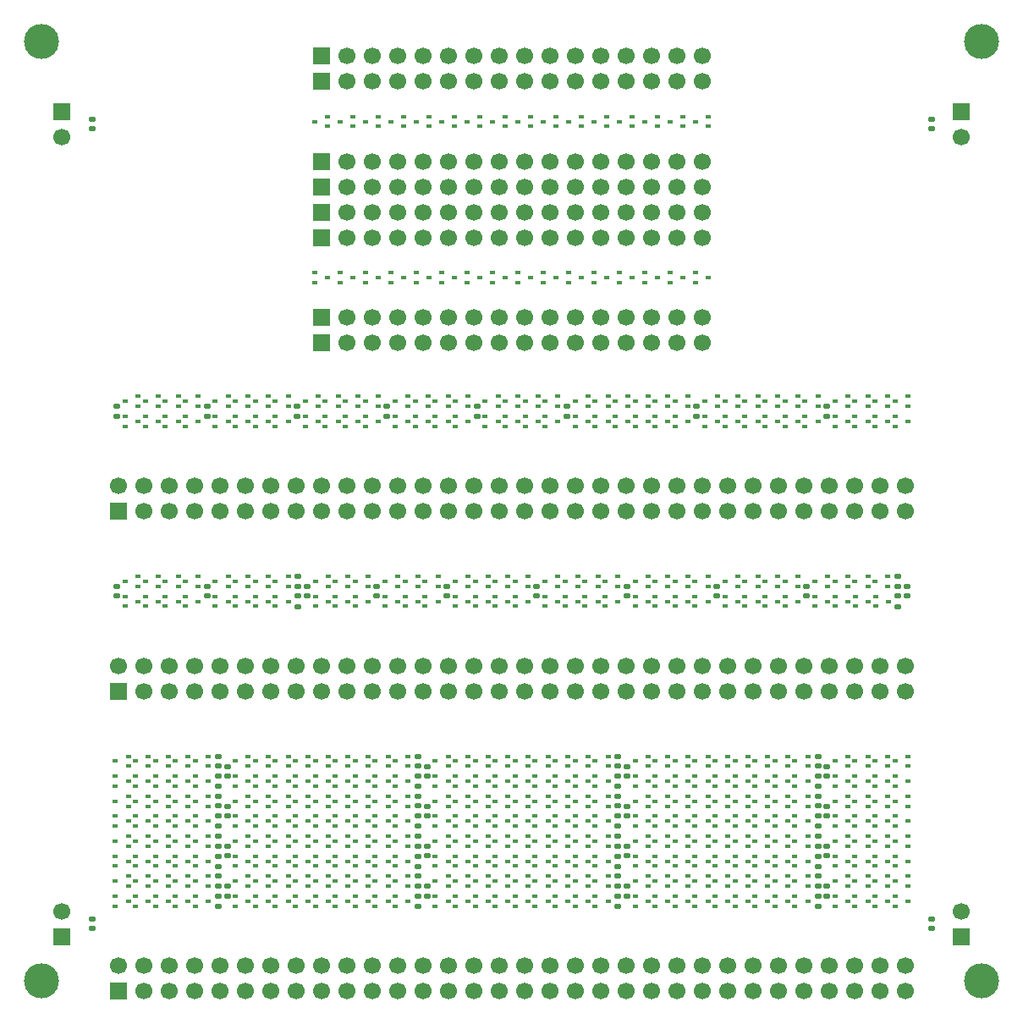
<source format=gbr>
%TF.GenerationSoftware,KiCad,Pcbnew,9.0.3*%
%TF.CreationDate,2025-07-27T22:52:35+02:00*%
%TF.ProjectId,RV523_CellTestBoard.final,52563532-335f-4436-956c-6c5465737442,rev?*%
%TF.SameCoordinates,Original*%
%TF.FileFunction,Soldermask,Top*%
%TF.FilePolarity,Negative*%
%FSLAX46Y46*%
G04 Gerber Fmt 4.6, Leading zero omitted, Abs format (unit mm)*
G04 Created by KiCad (PCBNEW 9.0.3) date 2025-07-27 22:52:35*
%MOMM*%
%LPD*%
G01*
G04 APERTURE LIST*
G04 Aperture macros list*
%AMRoundRect*
0 Rectangle with rounded corners*
0 $1 Rounding radius*
0 $2 $3 $4 $5 $6 $7 $8 $9 X,Y pos of 4 corners*
0 Add a 4 corners polygon primitive as box body*
4,1,4,$2,$3,$4,$5,$6,$7,$8,$9,$2,$3,0*
0 Add four circle primitives for the rounded corners*
1,1,$1+$1,$2,$3*
1,1,$1+$1,$4,$5*
1,1,$1+$1,$6,$7*
1,1,$1+$1,$8,$9*
0 Add four rect primitives between the rounded corners*
20,1,$1+$1,$2,$3,$4,$5,0*
20,1,$1+$1,$4,$5,$6,$7,0*
20,1,$1+$1,$6,$7,$8,$9,0*
20,1,$1+$1,$8,$9,$2,$3,0*%
G04 Aperture macros list end*
%ADD10RoundRect,0.109725X-0.140275X-0.089775X0.140275X-0.089775X0.140275X0.089775X-0.140275X0.089775X0*%
%ADD11RoundRect,0.109725X0.140275X0.089775X-0.140275X0.089775X-0.140275X-0.089775X0.140275X-0.089775X0*%
%ADD12R,1.700000X1.700000*%
%ADD13C,1.700000*%
%ADD14RoundRect,0.135000X-0.185000X0.135000X-0.185000X-0.135000X0.185000X-0.135000X0.185000X0.135000X0*%
%ADD15RoundRect,0.140000X-0.170000X0.140000X-0.170000X-0.140000X0.170000X-0.140000X0.170000X0.140000X0*%
%ADD16RoundRect,0.147500X0.172500X-0.147500X0.172500X0.147500X-0.172500X0.147500X-0.172500X-0.147500X0*%
%ADD17RoundRect,0.140000X0.170000X-0.140000X0.170000X0.140000X-0.170000X0.140000X-0.170000X-0.140000X0*%
%ADD18C,3.500000*%
G04 APERTURE END LIST*
D10*
%TO.C,genblk2[2].genblk1[1].R2.N1*%
X67645000Y-79500000D03*
X67645000Y-78500000D03*
X66355000Y-79000000D03*
%TD*%
D11*
%TO.C,genblk2[1].genblk1[2].L.NOT1.N2*%
X32355000Y-84500000D03*
X32355000Y-85500000D03*
X33645000Y-85000000D03*
%TD*%
%TO.C,genblk2[3].genblk1[2].L.NOT3.N2*%
X74355000Y-84500000D03*
X74355000Y-85500000D03*
X75645000Y-85000000D03*
%TD*%
D10*
%TO.C,TINV_2.N2*%
X18645000Y-57500000D03*
X18645000Y-56500000D03*
X17355000Y-57000000D03*
%TD*%
D11*
%TO.C,genblk1[9].N*%
X50625000Y-26120000D03*
X50625000Y-27120000D03*
X51915000Y-26620000D03*
%TD*%
%TO.C,genblk2[3].genblk1[3].L.NOT1.P1*%
X70355000Y-88500000D03*
X70355000Y-89500000D03*
X71645000Y-89000000D03*
%TD*%
%TO.C,genblk2[2].genblk1[3].L.NOT1.P1*%
X50355000Y-88500000D03*
X50355000Y-89500000D03*
X51645000Y-89000000D03*
%TD*%
D10*
%TO.C,genblk1[3].P*%
X36675000Y-11500000D03*
X36675000Y-10500000D03*
X35385000Y-11000000D03*
%TD*%
D11*
%TO.C,genblk2[0].genblk1[2].R1.N1*%
X22355000Y-84500000D03*
X22355000Y-85500000D03*
X23645000Y-85000000D03*
%TD*%
D10*
%TO.C,TINV_2.N1*%
X16645000Y-57500000D03*
X16645000Y-56500000D03*
X15355000Y-57000000D03*
%TD*%
D11*
%TO.C,AOI211_1.P4*%
X68355000Y-58500000D03*
X68355000Y-59500000D03*
X69645000Y-59000000D03*
%TD*%
%TO.C,NAND2_1.N1*%
X20355000Y-40500000D03*
X20355000Y-41500000D03*
X21645000Y-41000000D03*
%TD*%
%TO.C,genblk2[3].genblk1[1].L.NOT3.P2*%
X74355000Y-80500000D03*
X74355000Y-81500000D03*
X75645000Y-81000000D03*
%TD*%
D10*
%TO.C,genblk2[3].genblk1[2].R2.P2*%
X89645000Y-83500000D03*
X89645000Y-82500000D03*
X88355000Y-83000000D03*
%TD*%
D11*
%TO.C,AOI211_1.P1*%
X62355000Y-58500000D03*
X62355000Y-59500000D03*
X63645000Y-59000000D03*
%TD*%
D10*
%TO.C,genblk1[7].P*%
X46835000Y-11500000D03*
X46835000Y-10500000D03*
X45545000Y-11000000D03*
%TD*%
%TO.C,genblk2[1].genblk1[2].L.NOT3.P1*%
X37645000Y-83500000D03*
X37645000Y-82500000D03*
X36355000Y-83000000D03*
%TD*%
D11*
%TO.C,AOI22_1.P4*%
X50355000Y-58500000D03*
X50355000Y-59500000D03*
X51645000Y-59000000D03*
%TD*%
%TO.C,genblk2[2].genblk1[0].R1.N2*%
X64355000Y-76500000D03*
X64355000Y-77500000D03*
X65645000Y-77000000D03*
%TD*%
D10*
%TO.C,genblk2[1].genblk1[0].L.NOT3.P1*%
X37645000Y-75500000D03*
X37645000Y-74500000D03*
X36355000Y-75000000D03*
%TD*%
%TO.C,AOI22_1.N2*%
X47645000Y-57500000D03*
X47645000Y-56500000D03*
X46355000Y-57000000D03*
%TD*%
%TO.C,genblk1[9].P*%
X51915000Y-11500000D03*
X51915000Y-10500000D03*
X50625000Y-11000000D03*
%TD*%
%TO.C,genblk2[0].genblk1[2].R2.P2*%
X29645000Y-83500000D03*
X29645000Y-82500000D03*
X28355000Y-83000000D03*
%TD*%
D11*
%TO.C,genblk2[2].genblk1[1].L.NOT2.P1*%
X58355000Y-80500000D03*
X58355000Y-81500000D03*
X59645000Y-81000000D03*
%TD*%
%TO.C,genblk1[16].N*%
X68405000Y-26120000D03*
X68405000Y-27120000D03*
X69695000Y-26620000D03*
%TD*%
D10*
%TO.C,NAND2_3.P1*%
X30645000Y-39500000D03*
X30645000Y-38500000D03*
X29355000Y-39000000D03*
%TD*%
D11*
%TO.C,genblk2[2].genblk1[2].R1.N2*%
X64355000Y-84500000D03*
X64355000Y-85500000D03*
X65645000Y-85000000D03*
%TD*%
D12*
%TO.C,JN0*%
X30950000Y-33160000D03*
D13*
X33490000Y-33160000D03*
X36030000Y-33160000D03*
X38570000Y-33160000D03*
X41110000Y-33160000D03*
X43650000Y-33160000D03*
X46190000Y-33160000D03*
X48730000Y-33160000D03*
X51270000Y-33160000D03*
X53810000Y-33160000D03*
X56350000Y-33160000D03*
X58890000Y-33160000D03*
X61430000Y-33160000D03*
X63970000Y-33160000D03*
X66510000Y-33160000D03*
X69050000Y-33160000D03*
%TD*%
D14*
%TO.C,genblk2[3].genblk1[0].D.R*%
X80650000Y-76490000D03*
X80650000Y-77510000D03*
%TD*%
%TO.C,genblk2[2].genblk1[3].D.R*%
X60650000Y-88490000D03*
X60650000Y-89510000D03*
%TD*%
D10*
%TO.C,genblk2[1].genblk1[3].L.NOT1.N2*%
X33645000Y-87500000D03*
X33645000Y-86500000D03*
X32355000Y-87000000D03*
%TD*%
%TO.C,genblk2[0].genblk1[3].L.NOT3.N2*%
X15645000Y-87500000D03*
X15645000Y-86500000D03*
X14355000Y-87000000D03*
%TD*%
D15*
%TO.C,DECAP3*%
X8000000Y-90790000D03*
X8000000Y-91750000D03*
%TD*%
D10*
%TO.C,NOT_4.P1*%
X18645000Y-39500000D03*
X18645000Y-38500000D03*
X17355000Y-39000000D03*
%TD*%
%TO.C,genblk2[0].genblk1[1].R2.N2*%
X29645000Y-79500000D03*
X29645000Y-78500000D03*
X28355000Y-79000000D03*
%TD*%
D11*
%TO.C,NOR2_4.N2*%
X53355000Y-40500000D03*
X53355000Y-41500000D03*
X54645000Y-41000000D03*
%TD*%
D14*
%TO.C,genblk2[0].genblk1[1].D.R*%
X20650000Y-80490000D03*
X20650000Y-81510000D03*
%TD*%
D11*
%TO.C,TINV_3.P1*%
X20355000Y-58500000D03*
X20355000Y-59500000D03*
X21645000Y-59000000D03*
%TD*%
D12*
%TO.C,J2*%
X10630000Y-68000000D03*
D13*
X10630000Y-65460000D03*
X13170000Y-68000000D03*
X13170000Y-65460000D03*
X15710000Y-68000000D03*
X15710000Y-65460000D03*
X18250000Y-68000000D03*
X18250000Y-65460000D03*
X20790000Y-68000000D03*
X20790000Y-65460000D03*
X23330000Y-68000000D03*
X23330000Y-65460000D03*
X25870000Y-68000000D03*
X25870000Y-65460000D03*
X28410000Y-68000000D03*
X28410000Y-65460000D03*
X30950000Y-68000000D03*
X30950000Y-65460000D03*
X33490000Y-68000000D03*
X33490000Y-65460000D03*
X36030000Y-68000000D03*
X36030000Y-65460000D03*
X38570000Y-68000000D03*
X38570000Y-65460000D03*
X41110000Y-68000000D03*
X41110000Y-65460000D03*
X43650000Y-68000000D03*
X43650000Y-65460000D03*
X46190000Y-68000000D03*
X46190000Y-65460000D03*
X48730000Y-68000000D03*
X48730000Y-65460000D03*
X51270000Y-68000000D03*
X51270000Y-65460000D03*
X53810000Y-68000000D03*
X53810000Y-65460000D03*
X56350000Y-68000000D03*
X56350000Y-65460000D03*
X58890000Y-68000000D03*
X58890000Y-65460000D03*
X61430000Y-68000000D03*
X61430000Y-65460000D03*
X63970000Y-68000000D03*
X63970000Y-65460000D03*
X66510000Y-68000000D03*
X66510000Y-65460000D03*
X69050000Y-68000000D03*
X69050000Y-65460000D03*
X71590000Y-68000000D03*
X71590000Y-65460000D03*
X74130000Y-68000000D03*
X74130000Y-65460000D03*
X76670000Y-68000000D03*
X76670000Y-65460000D03*
X79210000Y-68000000D03*
X79210000Y-65460000D03*
X81750000Y-68000000D03*
X81750000Y-65460000D03*
X84290000Y-68000000D03*
X84290000Y-65460000D03*
X86830000Y-68000000D03*
X86830000Y-65460000D03*
X89370000Y-68000000D03*
X89370000Y-65460000D03*
%TD*%
D10*
%TO.C,NOR4_1.N3*%
X85645000Y-57500000D03*
X85645000Y-56500000D03*
X84355000Y-57000000D03*
%TD*%
D11*
%TO.C,genblk2[3].genblk1[1].L.NOT3.P1*%
X76355000Y-80500000D03*
X76355000Y-81500000D03*
X77645000Y-81000000D03*
%TD*%
D16*
%TO.C,genblk2[3].genblk1[0].D.L*%
X80650000Y-75485000D03*
X80650000Y-74515000D03*
%TD*%
D17*
%TO.C,DECAP_3.C*%
X28525000Y-40480000D03*
X28525000Y-39520000D03*
%TD*%
D10*
%TO.C,NOR4_1.N2*%
X83645000Y-57500000D03*
X83645000Y-56500000D03*
X82355000Y-57000000D03*
%TD*%
D11*
%TO.C,genblk2[3].genblk1[2].L.NOT2.N1*%
X78355000Y-84500000D03*
X78355000Y-85500000D03*
X79645000Y-85000000D03*
%TD*%
D16*
%TO.C,DECAP_LED_12.L*%
X28650000Y-57485000D03*
X28650000Y-56515000D03*
%TD*%
D11*
%TO.C,genblk2[2].genblk1[2].L.NOT1.N2*%
X52355000Y-84500000D03*
X52355000Y-85500000D03*
X53645000Y-85000000D03*
%TD*%
%TO.C,genblk2[1].genblk1[3].L.NOT3.P2*%
X34355000Y-88500000D03*
X34355000Y-89500000D03*
X35645000Y-89000000D03*
%TD*%
D10*
%TO.C,genblk2[1].genblk1[1].L.NOT1.N1*%
X31645000Y-79500000D03*
X31645000Y-78500000D03*
X30355000Y-79000000D03*
%TD*%
D11*
%TO.C,AOI22_1.P1*%
X44355000Y-58500000D03*
X44355000Y-59500000D03*
X45645000Y-59000000D03*
%TD*%
%TO.C,genblk2[0].genblk1[2].L.NOT3.N1*%
X16355000Y-84500000D03*
X16355000Y-85500000D03*
X17645000Y-85000000D03*
%TD*%
D10*
%TO.C,genblk2[3].genblk1[1].L.NOT1.N2*%
X73645000Y-79500000D03*
X73645000Y-78500000D03*
X72355000Y-79000000D03*
%TD*%
%TO.C,genblk2[0].genblk1[1].R1.N1*%
X23645000Y-79500000D03*
X23645000Y-78500000D03*
X22355000Y-79000000D03*
%TD*%
%TO.C,genblk2[1].genblk1[3].R1.N2*%
X45645000Y-87500000D03*
X45645000Y-86500000D03*
X44355000Y-87000000D03*
%TD*%
D11*
%TO.C,TINV_4.P1*%
X24355000Y-58500000D03*
X24355000Y-59500000D03*
X25645000Y-59000000D03*
%TD*%
%TO.C,genblk2[1].genblk1[1].R2.P1*%
X46355000Y-80500000D03*
X46355000Y-81500000D03*
X47645000Y-81000000D03*
%TD*%
D16*
%TO.C,genblk2[3].genblk1[3].D.L*%
X80650000Y-87485000D03*
X80650000Y-86515000D03*
%TD*%
D12*
%TO.C,JPD*%
X30950000Y-17540000D03*
D13*
X33490000Y-17540000D03*
X36030000Y-17540000D03*
X38570000Y-17540000D03*
X41110000Y-17540000D03*
X43650000Y-17540000D03*
X46190000Y-17540000D03*
X48730000Y-17540000D03*
X51270000Y-17540000D03*
X53810000Y-17540000D03*
X56350000Y-17540000D03*
X58890000Y-17540000D03*
X61430000Y-17540000D03*
X63970000Y-17540000D03*
X66510000Y-17540000D03*
X69050000Y-17540000D03*
%TD*%
D10*
%TO.C,NAND4_1.P3*%
X87645000Y-39500000D03*
X87645000Y-38500000D03*
X86355000Y-39000000D03*
%TD*%
D16*
%TO.C,genblk2[0].genblk1[3].D.L*%
X20650000Y-87485000D03*
X20650000Y-86515000D03*
%TD*%
D11*
%TO.C,NAND4_1.N3*%
X86355000Y-40500000D03*
X86355000Y-41500000D03*
X87645000Y-41000000D03*
%TD*%
D10*
%TO.C,genblk2[2].genblk1[0].L.NOT2.P1*%
X59645000Y-75500000D03*
X59645000Y-74500000D03*
X58355000Y-75000000D03*
%TD*%
%TO.C,genblk2[2].genblk1[3].R1.N1*%
X63645000Y-87500000D03*
X63645000Y-86500000D03*
X62355000Y-87000000D03*
%TD*%
D17*
%TO.C,genblk2[1].genblk1[2].D.DECAP.C*%
X41550000Y-84480000D03*
X41550000Y-83520000D03*
%TD*%
D10*
%TO.C,genblk2[2].genblk1[2].L.NOT1.P1*%
X51645000Y-83500000D03*
X51645000Y-82500000D03*
X50355000Y-83000000D03*
%TD*%
%TO.C,TINV_1.N2*%
X14645000Y-57500000D03*
X14645000Y-56500000D03*
X13355000Y-57000000D03*
%TD*%
%TO.C,genblk2[3].genblk1[0].L.NOT3.P1*%
X77645000Y-75500000D03*
X77645000Y-74500000D03*
X76355000Y-75000000D03*
%TD*%
D15*
%TO.C,DECAP_13.C*%
X36525000Y-57520000D03*
X36525000Y-58480000D03*
%TD*%
D10*
%TO.C,genblk2[1].genblk1[2].R1.P2*%
X45645000Y-83500000D03*
X45645000Y-82500000D03*
X44355000Y-83000000D03*
%TD*%
%TO.C,NAND3_1.P2*%
X59645000Y-39500000D03*
X59645000Y-38500000D03*
X58355000Y-39000000D03*
%TD*%
D11*
%TO.C,NAND3_2.N1*%
X62355000Y-40500000D03*
X62355000Y-41500000D03*
X63645000Y-41000000D03*
%TD*%
%TO.C,genblk2[0].genblk1[2].R2.N1*%
X26355000Y-84500000D03*
X26355000Y-85500000D03*
X27645000Y-85000000D03*
%TD*%
D14*
%TO.C,genblk2[1].genblk1[3].D.R*%
X40650000Y-88490000D03*
X40650000Y-89510000D03*
%TD*%
D17*
%TO.C,genblk2[1].genblk1[1].D.DECAP.C*%
X41550000Y-80480000D03*
X41550000Y-79520000D03*
%TD*%
D10*
%TO.C,genblk1[8].P*%
X49375000Y-11500000D03*
X49375000Y-10500000D03*
X48085000Y-11000000D03*
%TD*%
%TO.C,genblk2[0].genblk1[0].L.NOT1.P2*%
X13645000Y-75500000D03*
X13645000Y-74500000D03*
X12355000Y-75000000D03*
%TD*%
%TO.C,genblk2[3].genblk1[0].R2.P1*%
X87645000Y-75500000D03*
X87645000Y-74500000D03*
X86355000Y-75000000D03*
%TD*%
%TO.C,genblk2[1].genblk1[0].L.NOT2.P1*%
X39645000Y-75500000D03*
X39645000Y-74500000D03*
X38355000Y-75000000D03*
%TD*%
%TO.C,genblk2[0].genblk1[3].R2.N2*%
X29645000Y-87500000D03*
X29645000Y-86500000D03*
X28355000Y-87000000D03*
%TD*%
%TO.C,genblk2[2].genblk1[2].L.NOT3.P2*%
X55645000Y-83500000D03*
X55645000Y-82500000D03*
X54355000Y-83000000D03*
%TD*%
D16*
%TO.C,genblk2[0].genblk1[0].D.L*%
X20650000Y-75485000D03*
X20650000Y-74515000D03*
%TD*%
D14*
%TO.C,genblk2[0].genblk1[0].D.R*%
X20650000Y-76490000D03*
X20650000Y-77510000D03*
%TD*%
D10*
%TO.C,NAND3_2.P2*%
X65645000Y-39500000D03*
X65645000Y-38500000D03*
X64355000Y-39000000D03*
%TD*%
D11*
%TO.C,genblk2[3].genblk1[0].R2.N2*%
X88355000Y-76500000D03*
X88355000Y-77500000D03*
X89645000Y-77000000D03*
%TD*%
D14*
%TO.C,genblk2[0].genblk1[2].D.R*%
X20650000Y-84490000D03*
X20650000Y-85510000D03*
%TD*%
D10*
%TO.C,OAI22_1.N3*%
X58645000Y-57500000D03*
X58645000Y-56500000D03*
X57355000Y-57000000D03*
%TD*%
D16*
%TO.C,genblk2[0].genblk1[1].D.L*%
X20650000Y-79485000D03*
X20650000Y-78515000D03*
%TD*%
D11*
%TO.C,genblk2[3].genblk1[0].L.NOT2.N1*%
X78355000Y-76500000D03*
X78355000Y-77500000D03*
X79645000Y-77000000D03*
%TD*%
%TO.C,genblk2[2].genblk1[3].L.NOT3.P2*%
X54355000Y-88500000D03*
X54355000Y-89500000D03*
X55645000Y-89000000D03*
%TD*%
D10*
%TO.C,NAND3_2.P3*%
X67645000Y-39500000D03*
X67645000Y-38500000D03*
X66355000Y-39000000D03*
%TD*%
D11*
%TO.C,genblk2[1].genblk1[0].R2.N1*%
X46355000Y-76500000D03*
X46355000Y-77500000D03*
X47645000Y-77000000D03*
%TD*%
%TO.C,genblk2[1].genblk1[2].L.NOT3.N1*%
X36355000Y-84500000D03*
X36355000Y-85500000D03*
X37645000Y-85000000D03*
%TD*%
%TO.C,genblk2[0].genblk1[0].L.NOT3.N1*%
X16355000Y-76500000D03*
X16355000Y-77500000D03*
X17645000Y-77000000D03*
%TD*%
%TO.C,genblk2[0].genblk1[1].L.NOT2.P1*%
X18355000Y-80500000D03*
X18355000Y-81500000D03*
X19645000Y-81000000D03*
%TD*%
%TO.C,genblk2[3].genblk1[2].R2.N1*%
X86355000Y-84500000D03*
X86355000Y-85500000D03*
X87645000Y-85000000D03*
%TD*%
D10*
%TO.C,OAI211_1.N4*%
X78645000Y-57500000D03*
X78645000Y-56500000D03*
X77355000Y-57000000D03*
%TD*%
%TO.C,AOI211_1.N3*%
X67645000Y-57500000D03*
X67645000Y-56500000D03*
X66355000Y-57000000D03*
%TD*%
D12*
%TO.C,JPG*%
X30950000Y-15000000D03*
D13*
X33490000Y-15000000D03*
X36030000Y-15000000D03*
X38570000Y-15000000D03*
X41110000Y-15000000D03*
X43650000Y-15000000D03*
X46190000Y-15000000D03*
X48730000Y-15000000D03*
X51270000Y-15000000D03*
X53810000Y-15000000D03*
X56350000Y-15000000D03*
X58890000Y-15000000D03*
X61430000Y-15000000D03*
X63970000Y-15000000D03*
X66510000Y-15000000D03*
X69050000Y-15000000D03*
%TD*%
D10*
%TO.C,genblk2[0].genblk1[2].L.NOT1.P2*%
X13645000Y-83500000D03*
X13645000Y-82500000D03*
X12355000Y-83000000D03*
%TD*%
%TO.C,NOR4_1.N1*%
X81645000Y-57500000D03*
X81645000Y-56500000D03*
X80355000Y-57000000D03*
%TD*%
D11*
%TO.C,OAI21_1.P3*%
X41355000Y-58500000D03*
X41355000Y-59500000D03*
X42645000Y-59000000D03*
%TD*%
D10*
%TO.C,genblk2[2].genblk1[1].L.NOT2.N1*%
X59645000Y-79500000D03*
X59645000Y-78500000D03*
X58355000Y-79000000D03*
%TD*%
D11*
%TO.C,genblk2[1].genblk1[2].R2.N1*%
X46355000Y-84500000D03*
X46355000Y-85500000D03*
X47645000Y-85000000D03*
%TD*%
D15*
%TO.C,DECAP_14.C*%
X43525000Y-57520000D03*
X43525000Y-58480000D03*
%TD*%
D10*
%TO.C,genblk2[1].genblk1[2].L.NOT1.P1*%
X31645000Y-83500000D03*
X31645000Y-82500000D03*
X30355000Y-83000000D03*
%TD*%
%TO.C,genblk2[2].genblk1[2].R1.P1*%
X63645000Y-83500000D03*
X63645000Y-82500000D03*
X62355000Y-83000000D03*
%TD*%
D11*
%TO.C,AOI22_1.P3*%
X48355000Y-58500000D03*
X48355000Y-59500000D03*
X49645000Y-59000000D03*
%TD*%
%TO.C,NOR2_3.N2*%
X49355000Y-40500000D03*
X49355000Y-41500000D03*
X50645000Y-41000000D03*
%TD*%
%TO.C,OAI22_1.P4*%
X59355000Y-58500000D03*
X59355000Y-59500000D03*
X60645000Y-59000000D03*
%TD*%
D10*
%TO.C,genblk2[2].genblk1[2].R1.P2*%
X65645000Y-83500000D03*
X65645000Y-82500000D03*
X64355000Y-83000000D03*
%TD*%
D11*
%TO.C,NAND3_1.N1*%
X56355000Y-40500000D03*
X56355000Y-41500000D03*
X57645000Y-41000000D03*
%TD*%
D17*
%TO.C,DECAP_7.C*%
X68525000Y-40480000D03*
X68525000Y-39520000D03*
%TD*%
D11*
%TO.C,genblk2[1].genblk1[0].L.NOT2.N1*%
X38355000Y-76500000D03*
X38355000Y-77500000D03*
X39645000Y-77000000D03*
%TD*%
D17*
%TO.C,genblk2[3].genblk1[0].D.DECAP.C*%
X81550000Y-76480000D03*
X81550000Y-75520000D03*
%TD*%
D10*
%TO.C,genblk2[0].genblk1[3].R2.N1*%
X27645000Y-87500000D03*
X27645000Y-86500000D03*
X26355000Y-87000000D03*
%TD*%
D11*
%TO.C,genblk2[2].genblk1[3].R1.P2*%
X64355000Y-88500000D03*
X64355000Y-89500000D03*
X65645000Y-89000000D03*
%TD*%
D10*
%TO.C,genblk2[3].genblk1[3].L.NOT1.N2*%
X73645000Y-87500000D03*
X73645000Y-86500000D03*
X72355000Y-87000000D03*
%TD*%
%TO.C,genblk1[10].P*%
X54455000Y-11500000D03*
X54455000Y-10500000D03*
X53165000Y-11000000D03*
%TD*%
D11*
%TO.C,genblk2[1].genblk1[3].R1.P2*%
X44355000Y-88500000D03*
X44355000Y-89500000D03*
X45645000Y-89000000D03*
%TD*%
D10*
%TO.C,genblk2[3].genblk1[1].L.NOT1.N1*%
X71645000Y-79500000D03*
X71645000Y-78500000D03*
X70355000Y-79000000D03*
%TD*%
%TO.C,genblk2[2].genblk1[1].R2.N2*%
X69645000Y-79500000D03*
X69645000Y-78500000D03*
X68355000Y-79000000D03*
%TD*%
D11*
%TO.C,genblk2[3].genblk1[3].L.NOT2.P1*%
X78355000Y-88500000D03*
X78355000Y-89500000D03*
X79645000Y-89000000D03*
%TD*%
D10*
%TO.C,AOI22_1.N1*%
X45645000Y-57500000D03*
X45645000Y-56500000D03*
X44355000Y-57000000D03*
%TD*%
D11*
%TO.C,genblk2[1].genblk1[1].L.NOT3.P1*%
X36355000Y-80500000D03*
X36355000Y-81500000D03*
X37645000Y-81000000D03*
%TD*%
%TO.C,genblk1[1].N*%
X30305000Y-26120000D03*
X30305000Y-27120000D03*
X31595000Y-26620000D03*
%TD*%
D10*
%TO.C,genblk2[3].genblk1[2].R2.P1*%
X87645000Y-83500000D03*
X87645000Y-82500000D03*
X86355000Y-83000000D03*
%TD*%
%TO.C,genblk2[0].genblk1[2].L.NOT2.P1*%
X19645000Y-83500000D03*
X19645000Y-82500000D03*
X18355000Y-83000000D03*
%TD*%
%TO.C,OAI22_1.N2*%
X56645000Y-57500000D03*
X56645000Y-56500000D03*
X55355000Y-57000000D03*
%TD*%
D11*
%TO.C,OAI211_1.P4*%
X77355000Y-58500000D03*
X77355000Y-59500000D03*
X78645000Y-59000000D03*
%TD*%
D15*
%TO.C,DECAP_10.C*%
X10525000Y-57520000D03*
X10525000Y-58480000D03*
%TD*%
D11*
%TO.C,genblk1[11].N*%
X55705000Y-26120000D03*
X55705000Y-27120000D03*
X56995000Y-26620000D03*
%TD*%
D10*
%TO.C,genblk2[2].genblk1[1].L.NOT3.N1*%
X57645000Y-79500000D03*
X57645000Y-78500000D03*
X56355000Y-79000000D03*
%TD*%
D16*
%TO.C,genblk2[2].genblk1[1].D.L*%
X60650000Y-79485000D03*
X60650000Y-78515000D03*
%TD*%
D10*
%TO.C,genblk2[2].genblk1[2].R2.P2*%
X69645000Y-83500000D03*
X69645000Y-82500000D03*
X68355000Y-83000000D03*
%TD*%
D11*
%TO.C,genblk2[3].genblk1[2].R1.N1*%
X82355000Y-84500000D03*
X82355000Y-85500000D03*
X83645000Y-85000000D03*
%TD*%
D18*
%TO.C,REF\u002A\u002A*%
X97000000Y-3000000D03*
%TD*%
D10*
%TO.C,NAND2_2.P1*%
X25645000Y-39500000D03*
X25645000Y-38500000D03*
X24355000Y-39000000D03*
%TD*%
%TO.C,genblk2[3].genblk1[0].R1.P1*%
X83645000Y-75500000D03*
X83645000Y-74500000D03*
X82355000Y-75000000D03*
%TD*%
%TO.C,genblk2[3].genblk1[1].R1.N1*%
X83645000Y-79500000D03*
X83645000Y-78500000D03*
X82355000Y-79000000D03*
%TD*%
D11*
%TO.C,NOR3_1.N3*%
X73355000Y-40500000D03*
X73355000Y-41500000D03*
X74645000Y-41000000D03*
%TD*%
D10*
%TO.C,genblk2[1].genblk1[3].R2.N2*%
X49645000Y-87500000D03*
X49645000Y-86500000D03*
X48355000Y-87000000D03*
%TD*%
%TO.C,genblk2[2].genblk1[0].L.NOT3.P1*%
X57645000Y-75500000D03*
X57645000Y-74500000D03*
X56355000Y-75000000D03*
%TD*%
%TO.C,genblk2[3].genblk1[0].L.NOT3.P2*%
X75645000Y-75500000D03*
X75645000Y-74500000D03*
X74355000Y-75000000D03*
%TD*%
D14*
%TO.C,genblk2[3].genblk1[1].D.R*%
X80650000Y-80490000D03*
X80650000Y-81510000D03*
%TD*%
D10*
%TO.C,genblk2[0].genblk1[2].R1.P2*%
X25645000Y-83500000D03*
X25645000Y-82500000D03*
X24355000Y-83000000D03*
%TD*%
D11*
%TO.C,genblk2[0].genblk1[3].L.NOT1.P2*%
X12355000Y-88500000D03*
X12355000Y-89500000D03*
X13645000Y-89000000D03*
%TD*%
%TO.C,NAND2_2.N1*%
X24355000Y-40500000D03*
X24355000Y-41500000D03*
X25645000Y-41000000D03*
%TD*%
%TO.C,NAND4_1.N2*%
X84355000Y-40500000D03*
X84355000Y-41500000D03*
X85645000Y-41000000D03*
%TD*%
D10*
%TO.C,TINV_1.N1*%
X12645000Y-57500000D03*
X12645000Y-56500000D03*
X11355000Y-57000000D03*
%TD*%
%TO.C,genblk1[4].P*%
X39215000Y-11500000D03*
X39215000Y-10500000D03*
X37925000Y-11000000D03*
%TD*%
D11*
%TO.C,genblk2[0].genblk1[1].R1.P1*%
X22355000Y-80500000D03*
X22355000Y-81500000D03*
X23645000Y-81000000D03*
%TD*%
%TO.C,genblk2[2].genblk1[3].R2.P2*%
X68355000Y-88500000D03*
X68355000Y-89500000D03*
X69645000Y-89000000D03*
%TD*%
D10*
%TO.C,genblk2[2].genblk1[0].L.NOT1.P2*%
X53645000Y-75500000D03*
X53645000Y-74500000D03*
X52355000Y-75000000D03*
%TD*%
D16*
%TO.C,genblk2[3].genblk1[2].D.L*%
X80650000Y-83485000D03*
X80650000Y-82515000D03*
%TD*%
D11*
%TO.C,genblk2[2].genblk1[0].R2.N1*%
X66355000Y-76500000D03*
X66355000Y-77500000D03*
X67645000Y-77000000D03*
%TD*%
%TO.C,genblk2[0].genblk1[3].L.NOT2.P1*%
X18355000Y-88500000D03*
X18355000Y-89500000D03*
X19645000Y-89000000D03*
%TD*%
D10*
%TO.C,genblk2[0].genblk1[1].R1.N2*%
X25645000Y-79500000D03*
X25645000Y-78500000D03*
X24355000Y-79000000D03*
%TD*%
D11*
%TO.C,genblk2[0].genblk1[2].L.NOT1.N2*%
X12355000Y-84500000D03*
X12355000Y-85500000D03*
X13645000Y-85000000D03*
%TD*%
%TO.C,TINV_2.P2*%
X17355000Y-58500000D03*
X17355000Y-59500000D03*
X18645000Y-59000000D03*
%TD*%
D10*
%TO.C,genblk1[6].P*%
X44295000Y-11500000D03*
X44295000Y-10500000D03*
X43005000Y-11000000D03*
%TD*%
%TO.C,NOT_1.P1*%
X12645000Y-39500000D03*
X12645000Y-38500000D03*
X11355000Y-39000000D03*
%TD*%
D17*
%TO.C,DECAP_6.C*%
X55525000Y-40480000D03*
X55525000Y-39520000D03*
%TD*%
D10*
%TO.C,genblk2[2].genblk1[2].L.NOT2.P1*%
X59645000Y-83500000D03*
X59645000Y-82500000D03*
X58355000Y-83000000D03*
%TD*%
D11*
%TO.C,genblk2[2].genblk1[1].L.NOT3.P2*%
X54355000Y-80500000D03*
X54355000Y-81500000D03*
X55645000Y-81000000D03*
%TD*%
%TO.C,NOR2_1.N2*%
X40355000Y-40500000D03*
X40355000Y-41500000D03*
X41645000Y-41000000D03*
%TD*%
D10*
%TO.C,genblk2[1].genblk1[1].R2.N1*%
X47645000Y-79500000D03*
X47645000Y-78500000D03*
X46355000Y-79000000D03*
%TD*%
D11*
%TO.C,NAND3_2.N2*%
X64355000Y-40500000D03*
X64355000Y-41500000D03*
X65645000Y-41000000D03*
%TD*%
D14*
%TO.C,genblk2[2].genblk1[1].D.R*%
X60650000Y-80490000D03*
X60650000Y-81510000D03*
%TD*%
D11*
%TO.C,TINV_3.P2*%
X22355000Y-58500000D03*
X22355000Y-59500000D03*
X23645000Y-59000000D03*
%TD*%
D10*
%TO.C,OAI211_1.N1*%
X72645000Y-57500000D03*
X72645000Y-56500000D03*
X71355000Y-57000000D03*
%TD*%
D11*
%TO.C,genblk1[12].N*%
X58245000Y-26120000D03*
X58245000Y-27120000D03*
X59535000Y-26620000D03*
%TD*%
D10*
%TO.C,genblk2[2].genblk1[1].L.NOT1.N2*%
X53645000Y-79500000D03*
X53645000Y-78500000D03*
X52355000Y-79000000D03*
%TD*%
%TO.C,genblk2[0].genblk1[1].L.NOT3.N2*%
X15645000Y-79500000D03*
X15645000Y-78500000D03*
X14355000Y-79000000D03*
%TD*%
D11*
%TO.C,genblk2[0].genblk1[0].R2.N2*%
X28355000Y-76500000D03*
X28355000Y-77500000D03*
X29645000Y-77000000D03*
%TD*%
%TO.C,genblk2[1].genblk1[1].R1.P2*%
X44355000Y-80500000D03*
X44355000Y-81500000D03*
X45645000Y-81000000D03*
%TD*%
%TO.C,genblk2[2].genblk1[1].R1.P1*%
X62355000Y-80500000D03*
X62355000Y-81500000D03*
X63645000Y-81000000D03*
%TD*%
%TO.C,genblk2[1].genblk1[0].L.NOT3.N1*%
X36355000Y-76500000D03*
X36355000Y-77500000D03*
X37645000Y-77000000D03*
%TD*%
D10*
%TO.C,genblk2[3].genblk1[3].L.NOT2.N1*%
X79645000Y-87500000D03*
X79645000Y-86500000D03*
X78355000Y-87000000D03*
%TD*%
D11*
%TO.C,genblk2[1].genblk1[1].R1.P1*%
X42355000Y-80500000D03*
X42355000Y-81500000D03*
X43645000Y-81000000D03*
%TD*%
D10*
%TO.C,NAND2_1.P2*%
X23645000Y-39500000D03*
X23645000Y-38500000D03*
X22355000Y-39000000D03*
%TD*%
D11*
%TO.C,genblk2[0].genblk1[1].R2.P1*%
X26355000Y-80500000D03*
X26355000Y-81500000D03*
X27645000Y-81000000D03*
%TD*%
D17*
%TO.C,DECAP_5.C*%
X46525000Y-40480000D03*
X46525000Y-39520000D03*
%TD*%
D11*
%TO.C,NAND3_1.N3*%
X60355000Y-40500000D03*
X60355000Y-41500000D03*
X61645000Y-41000000D03*
%TD*%
D17*
%TO.C,genblk2[1].genblk1[3].D.DECAP.C*%
X41550000Y-88480000D03*
X41550000Y-87520000D03*
%TD*%
%TO.C,genblk2[0].genblk1[3].D.DECAP.C*%
X21550000Y-88480000D03*
X21550000Y-87520000D03*
%TD*%
D10*
%TO.C,genblk2[1].genblk1[3].L.NOT2.N1*%
X39645000Y-87500000D03*
X39645000Y-86500000D03*
X38355000Y-87000000D03*
%TD*%
D11*
%TO.C,genblk2[0].genblk1[2].R1.N2*%
X24355000Y-84500000D03*
X24355000Y-85500000D03*
X25645000Y-85000000D03*
%TD*%
%TO.C,genblk2[1].genblk1[0].L.NOT1.N1*%
X30355000Y-76500000D03*
X30355000Y-77500000D03*
X31645000Y-77000000D03*
%TD*%
%TO.C,genblk2[2].genblk1[0].L.NOT1.N2*%
X52355000Y-76500000D03*
X52355000Y-77500000D03*
X53645000Y-77000000D03*
%TD*%
%TO.C,genblk2[1].genblk1[1].R2.P2*%
X48355000Y-80500000D03*
X48355000Y-81500000D03*
X49645000Y-81000000D03*
%TD*%
%TO.C,genblk2[0].genblk1[3].R1.P2*%
X24355000Y-88500000D03*
X24355000Y-89500000D03*
X25645000Y-89000000D03*
%TD*%
D15*
%TO.C,DECAP_15.C*%
X52525000Y-57520000D03*
X52525000Y-58480000D03*
%TD*%
D11*
%TO.C,genblk2[2].genblk1[1].L.NOT1.P1*%
X50355000Y-80500000D03*
X50355000Y-81500000D03*
X51645000Y-81000000D03*
%TD*%
%TO.C,NAND4_1.N1*%
X82355000Y-40500000D03*
X82355000Y-41500000D03*
X83645000Y-41000000D03*
%TD*%
D10*
%TO.C,AOI21_1.N3*%
X35645000Y-57500000D03*
X35645000Y-56500000D03*
X34355000Y-57000000D03*
%TD*%
%TO.C,genblk2[1].genblk1[1].L.NOT3.N1*%
X37645000Y-79500000D03*
X37645000Y-78500000D03*
X36355000Y-79000000D03*
%TD*%
%TO.C,genblk2[1].genblk1[2].L.NOT1.P2*%
X33645000Y-83500000D03*
X33645000Y-82500000D03*
X32355000Y-83000000D03*
%TD*%
D12*
%TO.C,JSupply2*%
X95000000Y-10000000D03*
D13*
X95000000Y-12540000D03*
%TD*%
D10*
%TO.C,genblk2[1].genblk1[2].R1.P1*%
X43645000Y-83500000D03*
X43645000Y-82500000D03*
X42355000Y-83000000D03*
%TD*%
D11*
%TO.C,genblk2[1].genblk1[3].L.NOT2.P1*%
X38355000Y-88500000D03*
X38355000Y-89500000D03*
X39645000Y-89000000D03*
%TD*%
D17*
%TO.C,DECAP_1.C*%
X10525000Y-40480000D03*
X10525000Y-39520000D03*
%TD*%
D10*
%TO.C,NOR3_2.P1*%
X76645000Y-39500000D03*
X76645000Y-38500000D03*
X75355000Y-39000000D03*
%TD*%
%TO.C,genblk2[1].genblk1[3].L.NOT3.N1*%
X37645000Y-87500000D03*
X37645000Y-86500000D03*
X36355000Y-87000000D03*
%TD*%
D11*
%TO.C,genblk2[1].genblk1[2].L.NOT1.N1*%
X30355000Y-84500000D03*
X30355000Y-85500000D03*
X31645000Y-85000000D03*
%TD*%
D10*
%TO.C,genblk1[16].P*%
X69695000Y-11500000D03*
X69695000Y-10500000D03*
X68405000Y-11000000D03*
%TD*%
D11*
%TO.C,NOT_2.N1*%
X13355000Y-40500000D03*
X13355000Y-41500000D03*
X14645000Y-41000000D03*
%TD*%
%TO.C,genblk2[0].genblk1[3].L.NOT3.P1*%
X16355000Y-88500000D03*
X16355000Y-89500000D03*
X17645000Y-89000000D03*
%TD*%
%TO.C,genblk2[3].genblk1[0].R2.N1*%
X86355000Y-76500000D03*
X86355000Y-77500000D03*
X87645000Y-77000000D03*
%TD*%
D10*
%TO.C,genblk2[0].genblk1[1].L.NOT3.N1*%
X17645000Y-79500000D03*
X17645000Y-78500000D03*
X16355000Y-79000000D03*
%TD*%
D11*
%TO.C,genblk2[1].genblk1[2].L.NOT2.N1*%
X38355000Y-84500000D03*
X38355000Y-85500000D03*
X39645000Y-85000000D03*
%TD*%
D10*
%TO.C,NAND4_1.P2*%
X85645000Y-39500000D03*
X85645000Y-38500000D03*
X84355000Y-39000000D03*
%TD*%
%TO.C,NOR3_1.P3*%
X74645000Y-39500000D03*
X74645000Y-38500000D03*
X73355000Y-39000000D03*
%TD*%
D15*
%TO.C,DECAP_16.C*%
X61525000Y-57520000D03*
X61525000Y-58480000D03*
%TD*%
D11*
%TO.C,NOT_1.N1*%
X11355000Y-40500000D03*
X11355000Y-41500000D03*
X12645000Y-41000000D03*
%TD*%
D17*
%TO.C,genblk2[3].genblk1[3].D.DECAP.C*%
X81550000Y-88480000D03*
X81550000Y-87520000D03*
%TD*%
D11*
%TO.C,genblk2[0].genblk1[1].L.NOT1.P2*%
X12355000Y-80500000D03*
X12355000Y-81500000D03*
X13645000Y-81000000D03*
%TD*%
D10*
%TO.C,genblk2[2].genblk1[3].R2.N1*%
X67645000Y-87500000D03*
X67645000Y-86500000D03*
X66355000Y-87000000D03*
%TD*%
D11*
%TO.C,AOI21_1.P1*%
X30355000Y-58500000D03*
X30355000Y-59500000D03*
X31645000Y-59000000D03*
%TD*%
%TO.C,genblk2[3].genblk1[0].L.NOT3.N2*%
X74355000Y-76500000D03*
X74355000Y-77500000D03*
X75645000Y-77000000D03*
%TD*%
%TO.C,genblk2[3].genblk1[2].L.NOT3.N1*%
X76355000Y-84500000D03*
X76355000Y-85500000D03*
X77645000Y-85000000D03*
%TD*%
%TO.C,genblk1[3].N*%
X35385000Y-26120000D03*
X35385000Y-27120000D03*
X36675000Y-26620000D03*
%TD*%
D10*
%TO.C,AOI211_1.N2*%
X65645000Y-57500000D03*
X65645000Y-56500000D03*
X64355000Y-57000000D03*
%TD*%
%TO.C,genblk2[1].genblk1[2].R2.P1*%
X47645000Y-83500000D03*
X47645000Y-82500000D03*
X46355000Y-83000000D03*
%TD*%
D14*
%TO.C,genblk2[1].genblk1[0].D.R*%
X40650000Y-76490000D03*
X40650000Y-77510000D03*
%TD*%
D10*
%TO.C,genblk2[3].genblk1[1].R2.N2*%
X89645000Y-79500000D03*
X89645000Y-78500000D03*
X88355000Y-79000000D03*
%TD*%
%TO.C,genblk2[2].genblk1[3].L.NOT3.N2*%
X55645000Y-87500000D03*
X55645000Y-86500000D03*
X54355000Y-87000000D03*
%TD*%
D11*
%TO.C,genblk2[0].genblk1[3].R2.P2*%
X28355000Y-88500000D03*
X28355000Y-89500000D03*
X29645000Y-89000000D03*
%TD*%
D10*
%TO.C,genblk1[1].P*%
X31595000Y-11500000D03*
X31595000Y-10500000D03*
X30305000Y-11000000D03*
%TD*%
%TO.C,genblk1[11].P*%
X56995000Y-11500000D03*
X56995000Y-10500000D03*
X55705000Y-11000000D03*
%TD*%
%TO.C,genblk2[2].genblk1[0].R2.P1*%
X67645000Y-75500000D03*
X67645000Y-74500000D03*
X66355000Y-75000000D03*
%TD*%
%TO.C,genblk2[0].genblk1[0].R1.P2*%
X25645000Y-75500000D03*
X25645000Y-74500000D03*
X24355000Y-75000000D03*
%TD*%
D17*
%TO.C,genblk2[2].genblk1[1].D.DECAP.C*%
X61550000Y-80480000D03*
X61550000Y-79520000D03*
%TD*%
D11*
%TO.C,genblk2[0].genblk1[2].R2.N2*%
X28355000Y-84500000D03*
X28355000Y-85500000D03*
X29645000Y-85000000D03*
%TD*%
D17*
%TO.C,genblk2[1].genblk1[0].D.DECAP.C*%
X41550000Y-76480000D03*
X41550000Y-75520000D03*
%TD*%
D11*
%TO.C,NOT_4.N1*%
X17355000Y-40500000D03*
X17355000Y-41500000D03*
X18645000Y-41000000D03*
%TD*%
%TO.C,NAND2_4.N1*%
X33355000Y-40500000D03*
X33355000Y-41500000D03*
X34645000Y-41000000D03*
%TD*%
%TO.C,OAI211_1.P2*%
X73355000Y-58500000D03*
X73355000Y-59500000D03*
X74645000Y-59000000D03*
%TD*%
%TO.C,genblk2[0].genblk1[1].L.NOT3.P1*%
X16355000Y-80500000D03*
X16355000Y-81500000D03*
X17645000Y-81000000D03*
%TD*%
D10*
%TO.C,genblk2[2].genblk1[3].R2.N2*%
X69645000Y-87500000D03*
X69645000Y-86500000D03*
X68355000Y-87000000D03*
%TD*%
%TO.C,genblk2[1].genblk1[0].R2.P2*%
X49645000Y-75500000D03*
X49645000Y-74500000D03*
X48355000Y-75000000D03*
%TD*%
D16*
%TO.C,genblk2[1].genblk1[1].D.L*%
X40650000Y-79485000D03*
X40650000Y-78515000D03*
%TD*%
D10*
%TO.C,genblk2[0].genblk1[0].L.NOT1.P1*%
X11645000Y-75500000D03*
X11645000Y-74500000D03*
X10355000Y-75000000D03*
%TD*%
%TO.C,genblk2[3].genblk1[2].R1.P2*%
X85645000Y-83500000D03*
X85645000Y-82500000D03*
X84355000Y-83000000D03*
%TD*%
%TO.C,OAI21_1.N2*%
X40645000Y-57500000D03*
X40645000Y-56500000D03*
X39355000Y-57000000D03*
%TD*%
D11*
%TO.C,genblk2[2].genblk1[2].R2.N2*%
X68355000Y-84500000D03*
X68355000Y-85500000D03*
X69645000Y-85000000D03*
%TD*%
%TO.C,genblk2[2].genblk1[2].L.NOT3.N1*%
X56355000Y-84500000D03*
X56355000Y-85500000D03*
X57645000Y-85000000D03*
%TD*%
D15*
%TO.C,DECAP_18.C*%
X79525000Y-57520000D03*
X79525000Y-58480000D03*
%TD*%
D10*
%TO.C,genblk2[1].genblk1[2].L.NOT2.P1*%
X39645000Y-83500000D03*
X39645000Y-82500000D03*
X38355000Y-83000000D03*
%TD*%
%TO.C,genblk2[1].genblk1[0].R2.P1*%
X47645000Y-75500000D03*
X47645000Y-74500000D03*
X46355000Y-75000000D03*
%TD*%
D17*
%TO.C,DECAP_LED_19.DECAP.C*%
X89550000Y-58480000D03*
X89550000Y-57520000D03*
%TD*%
D10*
%TO.C,genblk2[1].genblk1[3].R1.N1*%
X43645000Y-87500000D03*
X43645000Y-86500000D03*
X42355000Y-87000000D03*
%TD*%
D11*
%TO.C,genblk1[13].N*%
X60785000Y-26120000D03*
X60785000Y-27120000D03*
X62075000Y-26620000D03*
%TD*%
%TO.C,genblk2[0].genblk1[1].L.NOT3.P2*%
X14355000Y-80500000D03*
X14355000Y-81500000D03*
X15645000Y-81000000D03*
%TD*%
%TO.C,NOR4_1.P3*%
X84388300Y-58500000D03*
X84388300Y-59500000D03*
X85678300Y-59000000D03*
%TD*%
D10*
%TO.C,genblk2[0].genblk1[1].R2.N1*%
X27645000Y-79500000D03*
X27645000Y-78500000D03*
X26355000Y-79000000D03*
%TD*%
D16*
%TO.C,genblk2[3].genblk1[1].D.L*%
X80650000Y-79485000D03*
X80650000Y-78515000D03*
%TD*%
D10*
%TO.C,genblk2[2].genblk1[2].L.NOT1.P2*%
X53645000Y-83500000D03*
X53645000Y-82500000D03*
X52355000Y-83000000D03*
%TD*%
%TO.C,OAI22_1.N1*%
X54645000Y-57500000D03*
X54645000Y-56500000D03*
X53355000Y-57000000D03*
%TD*%
%TO.C,genblk1[13].P*%
X62075000Y-11500000D03*
X62075000Y-10500000D03*
X60785000Y-11000000D03*
%TD*%
%TO.C,genblk2[1].genblk1[3].L.NOT3.N2*%
X35645000Y-87500000D03*
X35645000Y-86500000D03*
X34355000Y-87000000D03*
%TD*%
%TO.C,genblk2[3].genblk1[0].L.NOT1.P1*%
X71645000Y-75500000D03*
X71645000Y-74500000D03*
X70355000Y-75000000D03*
%TD*%
D11*
%TO.C,genblk1[4].N*%
X37925000Y-26120000D03*
X37925000Y-27120000D03*
X39215000Y-26620000D03*
%TD*%
D10*
%TO.C,NOR2_1.P2*%
X41645000Y-39500000D03*
X41645000Y-38500000D03*
X40355000Y-39000000D03*
%TD*%
%TO.C,NOR2_1.P1*%
X39645000Y-39500000D03*
X39645000Y-38500000D03*
X38355000Y-39000000D03*
%TD*%
D11*
%TO.C,genblk2[2].genblk1[1].R2.P1*%
X66355000Y-80500000D03*
X66355000Y-81500000D03*
X67645000Y-81000000D03*
%TD*%
%TO.C,OAI21_1.P2*%
X39355000Y-58500000D03*
X39355000Y-59500000D03*
X40645000Y-59000000D03*
%TD*%
D10*
%TO.C,genblk2[0].genblk1[2].R1.P1*%
X23645000Y-83500000D03*
X23645000Y-82500000D03*
X22355000Y-83000000D03*
%TD*%
D11*
%TO.C,genblk2[3].genblk1[3].L.NOT1.P2*%
X72355000Y-88500000D03*
X72355000Y-89500000D03*
X73645000Y-89000000D03*
%TD*%
%TO.C,genblk2[1].genblk1[2].L.NOT3.N2*%
X34355000Y-84500000D03*
X34355000Y-85500000D03*
X35645000Y-85000000D03*
%TD*%
%TO.C,genblk2[0].genblk1[2].L.NOT3.N2*%
X14355000Y-84500000D03*
X14355000Y-85500000D03*
X15645000Y-85000000D03*
%TD*%
D10*
%TO.C,genblk2[0].genblk1[3].R1.N1*%
X23645000Y-87500000D03*
X23645000Y-86500000D03*
X22355000Y-87000000D03*
%TD*%
D11*
%TO.C,genblk2[3].genblk1[1].L.NOT1.P2*%
X72355000Y-80500000D03*
X72355000Y-81500000D03*
X73645000Y-81000000D03*
%TD*%
%TO.C,NAND2_3.N1*%
X29355000Y-40500000D03*
X29355000Y-41500000D03*
X30645000Y-41000000D03*
%TD*%
%TO.C,TINV_4.P2*%
X26355000Y-58500000D03*
X26355000Y-59500000D03*
X27645000Y-59000000D03*
%TD*%
%TO.C,genblk2[2].genblk1[0].L.NOT1.N1*%
X50355000Y-76500000D03*
X50355000Y-77500000D03*
X51645000Y-77000000D03*
%TD*%
D10*
%TO.C,genblk2[3].genblk1[2].L.NOT1.P2*%
X73645000Y-83500000D03*
X73645000Y-82500000D03*
X72355000Y-83000000D03*
%TD*%
D11*
%TO.C,genblk2[1].genblk1[3].L.NOT3.P1*%
X36355000Y-88500000D03*
X36355000Y-89500000D03*
X37645000Y-89000000D03*
%TD*%
%TO.C,AOI211_1.P2*%
X64355000Y-58500000D03*
X64355000Y-59500000D03*
X65645000Y-59000000D03*
%TD*%
%TO.C,genblk2[3].genblk1[3].L.NOT3.P2*%
X74355000Y-88500000D03*
X74355000Y-89500000D03*
X75645000Y-89000000D03*
%TD*%
%TO.C,genblk2[0].genblk1[0].R2.N1*%
X26355000Y-76500000D03*
X26355000Y-77500000D03*
X27645000Y-77000000D03*
%TD*%
D17*
%TO.C,DECAP_4.C*%
X37525000Y-40480000D03*
X37525000Y-39520000D03*
%TD*%
D11*
%TO.C,AOI211_1.P3*%
X66355000Y-58500000D03*
X66355000Y-59500000D03*
X67645000Y-59000000D03*
%TD*%
%TO.C,genblk2[3].genblk1[2].R2.N2*%
X88355000Y-84500000D03*
X88355000Y-85500000D03*
X89645000Y-85000000D03*
%TD*%
%TO.C,NOR4_1.P1*%
X80355000Y-58500000D03*
X80355000Y-59500000D03*
X81645000Y-59000000D03*
%TD*%
D17*
%TO.C,genblk2[0].genblk1[2].D.DECAP.C*%
X21550000Y-84480000D03*
X21550000Y-83520000D03*
%TD*%
D11*
%TO.C,genblk1[8].N*%
X48085000Y-26120000D03*
X48085000Y-27120000D03*
X49375000Y-26620000D03*
%TD*%
D10*
%TO.C,genblk2[3].genblk1[0].R1.P2*%
X85645000Y-75500000D03*
X85645000Y-74500000D03*
X84355000Y-75000000D03*
%TD*%
%TO.C,NOR3_1.P2*%
X72645000Y-39500000D03*
X72645000Y-38500000D03*
X71355000Y-39000000D03*
%TD*%
%TO.C,genblk2[1].genblk1[0].L.NOT1.P1*%
X31645000Y-75500000D03*
X31645000Y-74500000D03*
X30355000Y-75000000D03*
%TD*%
%TO.C,genblk2[1].genblk1[0].L.NOT1.P2*%
X33645000Y-75500000D03*
X33645000Y-74500000D03*
X32355000Y-75000000D03*
%TD*%
D11*
%TO.C,genblk2[1].genblk1[1].L.NOT2.P1*%
X38355000Y-80500000D03*
X38355000Y-81500000D03*
X39645000Y-81000000D03*
%TD*%
D10*
%TO.C,genblk2[0].genblk1[2].L.NOT3.P1*%
X17645000Y-83500000D03*
X17645000Y-82500000D03*
X16355000Y-83000000D03*
%TD*%
D11*
%TO.C,NOR2_4.N1*%
X51355000Y-40500000D03*
X51355000Y-41500000D03*
X52645000Y-41000000D03*
%TD*%
D12*
%TO.C,J1*%
X10630000Y-50000000D03*
D13*
X10630000Y-47460000D03*
X13170000Y-50000000D03*
X13170000Y-47460000D03*
X15710000Y-50000000D03*
X15710000Y-47460000D03*
X18250000Y-50000000D03*
X18250000Y-47460000D03*
X20790000Y-50000000D03*
X20790000Y-47460000D03*
X23330000Y-50000000D03*
X23330000Y-47460000D03*
X25870000Y-50000000D03*
X25870000Y-47460000D03*
X28410000Y-50000000D03*
X28410000Y-47460000D03*
X30950000Y-50000000D03*
X30950000Y-47460000D03*
X33490000Y-50000000D03*
X33490000Y-47460000D03*
X36030000Y-50000000D03*
X36030000Y-47460000D03*
X38570000Y-50000000D03*
X38570000Y-47460000D03*
X41110000Y-50000000D03*
X41110000Y-47460000D03*
X43650000Y-50000000D03*
X43650000Y-47460000D03*
X46190000Y-50000000D03*
X46190000Y-47460000D03*
X48730000Y-50000000D03*
X48730000Y-47460000D03*
X51270000Y-50000000D03*
X51270000Y-47460000D03*
X53810000Y-50000000D03*
X53810000Y-47460000D03*
X56350000Y-50000000D03*
X56350000Y-47460000D03*
X58890000Y-50000000D03*
X58890000Y-47460000D03*
X61430000Y-50000000D03*
X61430000Y-47460000D03*
X63970000Y-50000000D03*
X63970000Y-47460000D03*
X66510000Y-50000000D03*
X66510000Y-47460000D03*
X69050000Y-50000000D03*
X69050000Y-47460000D03*
X71590000Y-50000000D03*
X71590000Y-47460000D03*
X74130000Y-50000000D03*
X74130000Y-47460000D03*
X76670000Y-50000000D03*
X76670000Y-47460000D03*
X79210000Y-50000000D03*
X79210000Y-47460000D03*
X81750000Y-50000000D03*
X81750000Y-47460000D03*
X84290000Y-50000000D03*
X84290000Y-47460000D03*
X86830000Y-50000000D03*
X86830000Y-47460000D03*
X89370000Y-50000000D03*
X89370000Y-47460000D03*
%TD*%
D10*
%TO.C,genblk2[3].genblk1[0].L.NOT2.P1*%
X79645000Y-75500000D03*
X79645000Y-74500000D03*
X78355000Y-75000000D03*
%TD*%
D11*
%TO.C,genblk2[1].genblk1[3].R1.P1*%
X42355000Y-88500000D03*
X42355000Y-89500000D03*
X43645000Y-89000000D03*
%TD*%
D10*
%TO.C,genblk2[2].genblk1[2].L.NOT3.P1*%
X57645000Y-83500000D03*
X57645000Y-82500000D03*
X56355000Y-83000000D03*
%TD*%
D12*
%TO.C,JSupply4*%
X95000000Y-92540000D03*
D13*
X95000000Y-90000000D03*
%TD*%
D15*
%TO.C,DECAP_11.C*%
X19525000Y-57520000D03*
X19525000Y-58480000D03*
%TD*%
D14*
%TO.C,genblk2[3].genblk1[3].D.R*%
X80650000Y-88490000D03*
X80650000Y-89510000D03*
%TD*%
D11*
%TO.C,genblk2[0].genblk1[0].R1.N2*%
X24355000Y-76500000D03*
X24355000Y-77500000D03*
X25645000Y-77000000D03*
%TD*%
D10*
%TO.C,NAND3_2.P1*%
X63645000Y-39500000D03*
X63645000Y-38500000D03*
X62355000Y-39000000D03*
%TD*%
%TO.C,genblk2[1].genblk1[2].L.NOT3.P2*%
X35645000Y-83500000D03*
X35645000Y-82500000D03*
X34355000Y-83000000D03*
%TD*%
%TO.C,genblk2[3].genblk1[3].L.NOT3.N2*%
X75645000Y-87500000D03*
X75645000Y-86500000D03*
X74355000Y-87000000D03*
%TD*%
D11*
%TO.C,genblk2[2].genblk1[2].R2.N1*%
X66355000Y-84500000D03*
X66355000Y-85500000D03*
X67645000Y-85000000D03*
%TD*%
%TO.C,NAND2_4.N2*%
X35355000Y-40500000D03*
X35355000Y-41500000D03*
X36645000Y-41000000D03*
%TD*%
D10*
%TO.C,genblk2[3].genblk1[1].R2.N1*%
X87645000Y-79500000D03*
X87645000Y-78500000D03*
X86355000Y-79000000D03*
%TD*%
%TO.C,NOR2_3.P2*%
X50645000Y-39500000D03*
X50645000Y-38500000D03*
X49355000Y-39000000D03*
%TD*%
%TO.C,genblk2[2].genblk1[0].L.NOT1.P1*%
X51645000Y-75500000D03*
X51645000Y-74500000D03*
X50355000Y-75000000D03*
%TD*%
D11*
%TO.C,genblk2[2].genblk1[2].L.NOT3.N2*%
X54355000Y-84500000D03*
X54355000Y-85500000D03*
X55645000Y-85000000D03*
%TD*%
D10*
%TO.C,TINV_3.N2*%
X23645000Y-57500000D03*
X23645000Y-56500000D03*
X22355000Y-57000000D03*
%TD*%
%TO.C,TINV_4.N1*%
X25645000Y-57500000D03*
X25645000Y-56500000D03*
X24355000Y-57000000D03*
%TD*%
D17*
%TO.C,genblk2[3].genblk1[1].D.DECAP.C*%
X81550000Y-80480000D03*
X81550000Y-79520000D03*
%TD*%
D11*
%TO.C,NAND3_1.N2*%
X58355000Y-40500000D03*
X58355000Y-41500000D03*
X59645000Y-41000000D03*
%TD*%
D10*
%TO.C,OAI211_1.N3*%
X76645000Y-57500000D03*
X76645000Y-56500000D03*
X75355000Y-57000000D03*
%TD*%
%TO.C,genblk2[1].genblk1[3].R2.N1*%
X47645000Y-87500000D03*
X47645000Y-86500000D03*
X46355000Y-87000000D03*
%TD*%
D11*
%TO.C,NOR3_2.N2*%
X77355000Y-40500000D03*
X77355000Y-41500000D03*
X78645000Y-41000000D03*
%TD*%
%TO.C,genblk2[0].genblk1[0].L.NOT1.N2*%
X12355000Y-76500000D03*
X12355000Y-77500000D03*
X13645000Y-77000000D03*
%TD*%
%TO.C,genblk2[1].genblk1[1].L.NOT1.P2*%
X32355000Y-80500000D03*
X32355000Y-81500000D03*
X33645000Y-81000000D03*
%TD*%
%TO.C,genblk1[15].N*%
X65865000Y-26120000D03*
X65865000Y-27120000D03*
X67155000Y-26620000D03*
%TD*%
%TO.C,genblk2[3].genblk1[3].R1.P2*%
X84355000Y-88500000D03*
X84355000Y-89500000D03*
X85645000Y-89000000D03*
%TD*%
D14*
%TO.C,genblk2[0].genblk1[3].D.R*%
X20650000Y-88490000D03*
X20650000Y-89510000D03*
%TD*%
D16*
%TO.C,genblk2[1].genblk1[3].D.L*%
X40650000Y-87485000D03*
X40650000Y-86515000D03*
%TD*%
D10*
%TO.C,genblk2[1].genblk1[0].R1.P1*%
X43645000Y-75500000D03*
X43645000Y-74500000D03*
X42355000Y-75000000D03*
%TD*%
%TO.C,NOR3_2.P3*%
X80645000Y-39500000D03*
X80645000Y-38500000D03*
X79355000Y-39000000D03*
%TD*%
%TO.C,genblk2[2].genblk1[0].R1.P2*%
X65645000Y-75500000D03*
X65645000Y-74500000D03*
X64355000Y-75000000D03*
%TD*%
D11*
%TO.C,NOR3_2.N1*%
X75355000Y-40500000D03*
X75355000Y-41500000D03*
X76645000Y-41000000D03*
%TD*%
%TO.C,genblk2[1].genblk1[3].R2.P2*%
X48355000Y-88500000D03*
X48355000Y-89500000D03*
X49645000Y-89000000D03*
%TD*%
D10*
%TO.C,genblk2[1].genblk1[1].L.NOT1.N2*%
X33645000Y-79500000D03*
X33645000Y-78500000D03*
X32355000Y-79000000D03*
%TD*%
%TO.C,genblk2[2].genblk1[1].R1.N1*%
X63645000Y-79500000D03*
X63645000Y-78500000D03*
X62355000Y-79000000D03*
%TD*%
D11*
%TO.C,genblk2[3].genblk1[1].L.NOT2.P1*%
X78355000Y-80500000D03*
X78355000Y-81500000D03*
X79645000Y-81000000D03*
%TD*%
D10*
%TO.C,genblk2[3].genblk1[3].R2.N1*%
X87645000Y-87500000D03*
X87645000Y-86500000D03*
X86355000Y-87000000D03*
%TD*%
D11*
%TO.C,genblk2[3].genblk1[0].L.NOT3.N1*%
X76355000Y-76500000D03*
X76355000Y-77500000D03*
X77645000Y-77000000D03*
%TD*%
%TO.C,genblk1[7].N*%
X45545000Y-26120000D03*
X45545000Y-27120000D03*
X46835000Y-26620000D03*
%TD*%
D10*
%TO.C,genblk1[2].P*%
X34135000Y-11500000D03*
X34135000Y-10500000D03*
X32845000Y-11000000D03*
%TD*%
D17*
%TO.C,genblk2[2].genblk1[0].D.DECAP.C*%
X61550000Y-76480000D03*
X61550000Y-75520000D03*
%TD*%
D11*
%TO.C,NOR3_2.N3*%
X79355000Y-40500000D03*
X79355000Y-41500000D03*
X80645000Y-41000000D03*
%TD*%
%TO.C,genblk2[3].genblk1[2].L.NOT1.N1*%
X70355000Y-84500000D03*
X70355000Y-85500000D03*
X71645000Y-85000000D03*
%TD*%
D16*
%TO.C,genblk2[2].genblk1[2].D.L*%
X60650000Y-83485000D03*
X60650000Y-82515000D03*
%TD*%
D11*
%TO.C,genblk1[10].N*%
X53165000Y-26120000D03*
X53165000Y-27120000D03*
X54455000Y-26620000D03*
%TD*%
%TO.C,genblk2[0].genblk1[1].L.NOT1.P1*%
X10355000Y-80500000D03*
X10355000Y-81500000D03*
X11645000Y-81000000D03*
%TD*%
D10*
%TO.C,NAND3_1.P3*%
X61645000Y-39500000D03*
X61645000Y-38500000D03*
X60355000Y-39000000D03*
%TD*%
D11*
%TO.C,genblk2[3].genblk1[3].R2.P1*%
X86355000Y-88500000D03*
X86355000Y-89500000D03*
X87645000Y-89000000D03*
%TD*%
D10*
%TO.C,genblk2[0].genblk1[3].R1.N2*%
X25645000Y-87500000D03*
X25645000Y-86500000D03*
X24355000Y-87000000D03*
%TD*%
D11*
%TO.C,genblk2[0].genblk1[3].L.NOT3.P2*%
X14355000Y-88500000D03*
X14355000Y-89500000D03*
X15645000Y-89000000D03*
%TD*%
D10*
%TO.C,genblk2[2].genblk1[0].R2.P2*%
X69645000Y-75500000D03*
X69645000Y-74500000D03*
X68355000Y-75000000D03*
%TD*%
%TO.C,genblk2[0].genblk1[0].L.NOT3.P1*%
X17645000Y-75500000D03*
X17645000Y-74500000D03*
X16355000Y-75000000D03*
%TD*%
%TO.C,genblk2[0].genblk1[1].L.NOT2.N1*%
X19645000Y-79500000D03*
X19645000Y-78500000D03*
X18355000Y-79000000D03*
%TD*%
D16*
%TO.C,genblk2[0].genblk1[2].D.L*%
X20650000Y-83485000D03*
X20650000Y-82515000D03*
%TD*%
D10*
%TO.C,AOI22_1.N4*%
X51645000Y-57500000D03*
X51645000Y-56500000D03*
X50355000Y-57000000D03*
%TD*%
%TO.C,NAND2_4.P2*%
X36645000Y-39500000D03*
X36645000Y-38500000D03*
X35355000Y-39000000D03*
%TD*%
D11*
%TO.C,genblk2[0].genblk1[3].R1.P1*%
X22355000Y-88500000D03*
X22355000Y-89500000D03*
X23645000Y-89000000D03*
%TD*%
D10*
%TO.C,genblk2[1].genblk1[0].R1.P2*%
X45645000Y-75500000D03*
X45645000Y-74500000D03*
X44355000Y-75000000D03*
%TD*%
D15*
%TO.C,DECAP4*%
X92000000Y-90790000D03*
X92000000Y-91750000D03*
%TD*%
D11*
%TO.C,genblk2[1].genblk1[2].R1.N2*%
X44355000Y-84500000D03*
X44355000Y-85500000D03*
X45645000Y-85000000D03*
%TD*%
%TO.C,genblk2[3].genblk1[0].R1.N1*%
X82355000Y-76500000D03*
X82355000Y-77500000D03*
X83645000Y-77000000D03*
%TD*%
D10*
%TO.C,genblk2[3].genblk1[2].L.NOT3.P1*%
X77645000Y-83500000D03*
X77645000Y-82500000D03*
X76355000Y-83000000D03*
%TD*%
%TO.C,genblk2[2].genblk1[0].L.NOT3.P2*%
X55645000Y-75500000D03*
X55645000Y-74500000D03*
X54355000Y-75000000D03*
%TD*%
D17*
%TO.C,DECAP_LED_12.DECAP.C*%
X29550000Y-58480000D03*
X29550000Y-57520000D03*
%TD*%
D11*
%TO.C,genblk2[2].genblk1[3].L.NOT3.P1*%
X56355000Y-88500000D03*
X56355000Y-89500000D03*
X57645000Y-89000000D03*
%TD*%
D10*
%TO.C,genblk2[1].genblk1[3].L.NOT1.N1*%
X31645000Y-87500000D03*
X31645000Y-86500000D03*
X30355000Y-87000000D03*
%TD*%
%TO.C,genblk2[2].genblk1[1].L.NOT3.N2*%
X55645000Y-79500000D03*
X55645000Y-78500000D03*
X54355000Y-79000000D03*
%TD*%
%TO.C,genblk2[1].genblk1[2].R2.P2*%
X49645000Y-83500000D03*
X49645000Y-82500000D03*
X48355000Y-83000000D03*
%TD*%
D11*
%TO.C,genblk2[2].genblk1[0].L.NOT3.N2*%
X54355000Y-76500000D03*
X54355000Y-77500000D03*
X55645000Y-77000000D03*
%TD*%
%TO.C,genblk1[14].N*%
X63325000Y-26120000D03*
X63325000Y-27120000D03*
X64615000Y-26620000D03*
%TD*%
%TO.C,genblk2[3].genblk1[2].L.NOT1.N2*%
X72355000Y-84500000D03*
X72355000Y-85500000D03*
X73645000Y-85000000D03*
%TD*%
D10*
%TO.C,genblk2[0].genblk1[1].L.NOT1.N1*%
X11645000Y-79500000D03*
X11645000Y-78500000D03*
X10355000Y-79000000D03*
%TD*%
D11*
%TO.C,TINV_2.P1*%
X15355000Y-58500000D03*
X15355000Y-59500000D03*
X16645000Y-59000000D03*
%TD*%
D10*
%TO.C,NAND3_1.P1*%
X57645000Y-39500000D03*
X57645000Y-38500000D03*
X56355000Y-39000000D03*
%TD*%
%TO.C,genblk2[0].genblk1[0].R1.P1*%
X23645000Y-75500000D03*
X23645000Y-74500000D03*
X22355000Y-75000000D03*
%TD*%
D11*
%TO.C,NOR3_1.N1*%
X69355000Y-40500000D03*
X69355000Y-41500000D03*
X70645000Y-41000000D03*
%TD*%
%TO.C,NOR2_3.N1*%
X47355000Y-40500000D03*
X47355000Y-41500000D03*
X48645000Y-41000000D03*
%TD*%
%TO.C,genblk2[1].genblk1[1].L.NOT1.P1*%
X30355000Y-80500000D03*
X30355000Y-81500000D03*
X31645000Y-81000000D03*
%TD*%
D10*
%TO.C,genblk2[3].genblk1[3].L.NOT3.N1*%
X77645000Y-87500000D03*
X77645000Y-86500000D03*
X76355000Y-87000000D03*
%TD*%
%TO.C,genblk1[15].P*%
X67155000Y-11500000D03*
X67155000Y-10500000D03*
X65865000Y-11000000D03*
%TD*%
D11*
%TO.C,genblk2[1].genblk1[2].R1.N1*%
X42355000Y-84500000D03*
X42355000Y-85500000D03*
X43645000Y-85000000D03*
%TD*%
D17*
%TO.C,genblk2[0].genblk1[1].D.DECAP.C*%
X21550000Y-80480000D03*
X21550000Y-79520000D03*
%TD*%
D11*
%TO.C,genblk2[2].genblk1[3].L.NOT2.P1*%
X58355000Y-88500000D03*
X58355000Y-89500000D03*
X59645000Y-89000000D03*
%TD*%
D17*
%TO.C,genblk2[3].genblk1[2].D.DECAP.C*%
X81550000Y-84480000D03*
X81550000Y-83520000D03*
%TD*%
D10*
%TO.C,TINV_3.N1*%
X21645000Y-57500000D03*
X21645000Y-56500000D03*
X20355000Y-57000000D03*
%TD*%
D18*
%TO.C,REF\u002A\u002A*%
X3000000Y-97000000D03*
%TD*%
D10*
%TO.C,NOR3_1.P1*%
X70645000Y-39500000D03*
X70645000Y-38500000D03*
X69355000Y-39000000D03*
%TD*%
D11*
%TO.C,genblk2[0].genblk1[1].R1.P2*%
X24355000Y-80500000D03*
X24355000Y-81500000D03*
X25645000Y-81000000D03*
%TD*%
D16*
%TO.C,genblk2[1].genblk1[0].D.L*%
X40650000Y-75485000D03*
X40650000Y-74515000D03*
%TD*%
D11*
%TO.C,genblk2[3].genblk1[3].R2.P2*%
X88355000Y-88500000D03*
X88355000Y-89500000D03*
X89645000Y-89000000D03*
%TD*%
%TO.C,genblk2[2].genblk1[2].L.NOT2.N1*%
X58355000Y-84500000D03*
X58355000Y-85500000D03*
X59645000Y-85000000D03*
%TD*%
D10*
%TO.C,genblk2[3].genblk1[2].L.NOT2.P1*%
X79645000Y-83500000D03*
X79645000Y-82500000D03*
X78355000Y-83000000D03*
%TD*%
%TO.C,genblk2[0].genblk1[3].L.NOT1.N1*%
X11645000Y-87500000D03*
X11645000Y-86500000D03*
X10355000Y-87000000D03*
%TD*%
D11*
%TO.C,genblk1[2].N*%
X32845000Y-26120000D03*
X32845000Y-27120000D03*
X34135000Y-26620000D03*
%TD*%
%TO.C,genblk1[6].N*%
X43005000Y-26120000D03*
X43005000Y-27120000D03*
X44295000Y-26620000D03*
%TD*%
%TO.C,OAI21_1.P1*%
X37355000Y-58500000D03*
X37355000Y-59500000D03*
X38645000Y-59000000D03*
%TD*%
D10*
%TO.C,genblk2[3].genblk1[1].R1.N2*%
X85645000Y-79500000D03*
X85645000Y-78500000D03*
X84355000Y-79000000D03*
%TD*%
D17*
%TO.C,genblk2[2].genblk1[2].D.DECAP.C*%
X61550000Y-84480000D03*
X61550000Y-83520000D03*
%TD*%
D12*
%TO.C,JPS*%
X30950000Y-7000000D03*
D13*
X33490000Y-7000000D03*
X36030000Y-7000000D03*
X38570000Y-7000000D03*
X41110000Y-7000000D03*
X43650000Y-7000000D03*
X46190000Y-7000000D03*
X48730000Y-7000000D03*
X51270000Y-7000000D03*
X53810000Y-7000000D03*
X56350000Y-7000000D03*
X58890000Y-7000000D03*
X61430000Y-7000000D03*
X63970000Y-7000000D03*
X66510000Y-7000000D03*
X69050000Y-7000000D03*
%TD*%
D18*
%TO.C,REF\u002A\u002A*%
X3000000Y-3000000D03*
%TD*%
D11*
%TO.C,genblk2[2].genblk1[0].L.NOT2.N1*%
X58355000Y-76500000D03*
X58355000Y-77500000D03*
X59645000Y-77000000D03*
%TD*%
D10*
%TO.C,genblk1[12].P*%
X59535000Y-11500000D03*
X59535000Y-10500000D03*
X58245000Y-11000000D03*
%TD*%
D14*
%TO.C,genblk2[1].genblk1[1].D.R*%
X40650000Y-80490000D03*
X40650000Y-81510000D03*
%TD*%
D11*
%TO.C,genblk2[3].genblk1[1].R1.P2*%
X84355000Y-80500000D03*
X84355000Y-81500000D03*
X85645000Y-81000000D03*
%TD*%
%TO.C,NOR4_1.P2*%
X82371600Y-58500000D03*
X82371600Y-59500000D03*
X83661600Y-59000000D03*
%TD*%
D10*
%TO.C,NAND4_1.P4*%
X89645000Y-39500000D03*
X89645000Y-38500000D03*
X88355000Y-39000000D03*
%TD*%
%TO.C,genblk2[3].genblk1[2].R1.P1*%
X83645000Y-83500000D03*
X83645000Y-82500000D03*
X82355000Y-83000000D03*
%TD*%
D11*
%TO.C,genblk2[1].genblk1[3].R2.P1*%
X46355000Y-88500000D03*
X46355000Y-89500000D03*
X47645000Y-89000000D03*
%TD*%
%TO.C,NAND2_1.N2*%
X22355000Y-40500000D03*
X22355000Y-41500000D03*
X23645000Y-41000000D03*
%TD*%
D16*
%TO.C,genblk2[2].genblk1[3].D.L*%
X60650000Y-87485000D03*
X60650000Y-86515000D03*
%TD*%
D11*
%TO.C,AOI21_1.P2*%
X32355000Y-58500000D03*
X32355000Y-59500000D03*
X33645000Y-59000000D03*
%TD*%
%TO.C,genblk2[3].genblk1[0].L.NOT1.N2*%
X72355000Y-76500000D03*
X72355000Y-77500000D03*
X73645000Y-77000000D03*
%TD*%
D10*
%TO.C,genblk2[1].genblk1[1].R1.N1*%
X43645000Y-79500000D03*
X43645000Y-78500000D03*
X42355000Y-79000000D03*
%TD*%
%TO.C,NOR2_4.P2*%
X54645000Y-39500000D03*
X54645000Y-38500000D03*
X53355000Y-39000000D03*
%TD*%
%TO.C,genblk2[2].genblk1[3].L.NOT1.N1*%
X51645000Y-87500000D03*
X51645000Y-86500000D03*
X50355000Y-87000000D03*
%TD*%
%TO.C,TINV_4.N2*%
X27645000Y-57500000D03*
X27645000Y-56500000D03*
X26355000Y-57000000D03*
%TD*%
D11*
%TO.C,genblk2[0].genblk1[0].L.NOT2.N1*%
X18355000Y-76500000D03*
X18355000Y-77500000D03*
X19645000Y-77000000D03*
%TD*%
D12*
%TO.C,JND*%
X30950000Y-20080000D03*
D13*
X33490000Y-20080000D03*
X36030000Y-20080000D03*
X38570000Y-20080000D03*
X41110000Y-20080000D03*
X43650000Y-20080000D03*
X46190000Y-20080000D03*
X48730000Y-20080000D03*
X51270000Y-20080000D03*
X53810000Y-20080000D03*
X56350000Y-20080000D03*
X58890000Y-20080000D03*
X61430000Y-20080000D03*
X63970000Y-20080000D03*
X66510000Y-20080000D03*
X69050000Y-20080000D03*
%TD*%
D10*
%TO.C,genblk2[3].genblk1[0].L.NOT1.P2*%
X73645000Y-75500000D03*
X73645000Y-74500000D03*
X72355000Y-75000000D03*
%TD*%
D11*
%TO.C,genblk2[3].genblk1[3].R1.P1*%
X82355000Y-88500000D03*
X82355000Y-89500000D03*
X83645000Y-89000000D03*
%TD*%
D10*
%TO.C,NOR4_1.N4*%
X87645000Y-57500000D03*
X87645000Y-56500000D03*
X86355000Y-57000000D03*
%TD*%
D18*
%TO.C,REF\u002A\u002A*%
X97000000Y-97000000D03*
%TD*%
D10*
%TO.C,genblk2[2].genblk1[3].L.NOT3.N1*%
X57645000Y-87500000D03*
X57645000Y-86500000D03*
X56355000Y-87000000D03*
%TD*%
D11*
%TO.C,NOT_3.N1*%
X15355000Y-40500000D03*
X15355000Y-41500000D03*
X16645000Y-41000000D03*
%TD*%
D10*
%TO.C,genblk2[2].genblk1[3].R1.N2*%
X65645000Y-87500000D03*
X65645000Y-86500000D03*
X64355000Y-87000000D03*
%TD*%
D11*
%TO.C,NOR3_1.N2*%
X71355000Y-40500000D03*
X71355000Y-41500000D03*
X72645000Y-41000000D03*
%TD*%
%TO.C,genblk2[3].genblk1[1].R2.P2*%
X88355000Y-80500000D03*
X88355000Y-81500000D03*
X89645000Y-81000000D03*
%TD*%
D17*
%TO.C,DECAP1*%
X8000000Y-11750000D03*
X8000000Y-10790000D03*
%TD*%
D11*
%TO.C,NOR2_2.N2*%
X44355000Y-40500000D03*
X44355000Y-41500000D03*
X45645000Y-41000000D03*
%TD*%
D10*
%TO.C,genblk2[1].genblk1[1].R2.N2*%
X49645000Y-79500000D03*
X49645000Y-78500000D03*
X48355000Y-79000000D03*
%TD*%
%TO.C,genblk2[0].genblk1[0].R2.P2*%
X29645000Y-75500000D03*
X29645000Y-74500000D03*
X28355000Y-75000000D03*
%TD*%
D11*
%TO.C,OAI22_1.P3*%
X57355000Y-58500000D03*
X57355000Y-59500000D03*
X58645000Y-59000000D03*
%TD*%
%TO.C,genblk2[0].genblk1[2].L.NOT2.N1*%
X18355000Y-84500000D03*
X18355000Y-85500000D03*
X19645000Y-85000000D03*
%TD*%
%TO.C,genblk2[0].genblk1[1].R2.P2*%
X28355000Y-80500000D03*
X28355000Y-81500000D03*
X29645000Y-81000000D03*
%TD*%
D10*
%TO.C,NAND2_3.P2*%
X32645000Y-39500000D03*
X32645000Y-38500000D03*
X31355000Y-39000000D03*
%TD*%
D12*
%TO.C,JNG*%
X30950000Y-22620000D03*
D13*
X33490000Y-22620000D03*
X36030000Y-22620000D03*
X38570000Y-22620000D03*
X41110000Y-22620000D03*
X43650000Y-22620000D03*
X46190000Y-22620000D03*
X48730000Y-22620000D03*
X51270000Y-22620000D03*
X53810000Y-22620000D03*
X56350000Y-22620000D03*
X58890000Y-22620000D03*
X61430000Y-22620000D03*
X63970000Y-22620000D03*
X66510000Y-22620000D03*
X69050000Y-22620000D03*
%TD*%
D10*
%TO.C,genblk2[3].genblk1[3].R2.N2*%
X89645000Y-87500000D03*
X89645000Y-86500000D03*
X88355000Y-87000000D03*
%TD*%
D11*
%TO.C,AOI21_1.P3*%
X34355000Y-58500000D03*
X34355000Y-59500000D03*
X35645000Y-59000000D03*
%TD*%
%TO.C,OAI22_1.P1*%
X53355000Y-58500000D03*
X53355000Y-59500000D03*
X54645000Y-59000000D03*
%TD*%
D10*
%TO.C,genblk2[0].genblk1[3].L.NOT3.N1*%
X17645000Y-87500000D03*
X17645000Y-86500000D03*
X16355000Y-87000000D03*
%TD*%
%TO.C,genblk2[3].genblk1[1].L.NOT3.N1*%
X77645000Y-79500000D03*
X77645000Y-78500000D03*
X76355000Y-79000000D03*
%TD*%
%TO.C,NAND4_1.P1*%
X83645000Y-39500000D03*
X83645000Y-38500000D03*
X82355000Y-39000000D03*
%TD*%
D17*
%TO.C,genblk2[2].genblk1[3].D.DECAP.C*%
X61550000Y-88480000D03*
X61550000Y-87520000D03*
%TD*%
D11*
%TO.C,NAND2_3.N2*%
X31355000Y-40500000D03*
X31355000Y-41500000D03*
X32645000Y-41000000D03*
%TD*%
%TO.C,OAI22_1.P2*%
X55355000Y-58500000D03*
X55355000Y-59500000D03*
X56645000Y-59000000D03*
%TD*%
%TO.C,OAI211_1.P1*%
X71355000Y-58500000D03*
X71355000Y-59500000D03*
X72645000Y-59000000D03*
%TD*%
%TO.C,genblk2[1].genblk1[0].L.NOT3.N2*%
X34355000Y-76500000D03*
X34355000Y-77500000D03*
X35645000Y-77000000D03*
%TD*%
D16*
%TO.C,DECAP_LED_19.L*%
X88650000Y-57485000D03*
X88650000Y-56515000D03*
%TD*%
D10*
%TO.C,AOI211_1.N1*%
X63645000Y-57500000D03*
X63645000Y-56500000D03*
X62355000Y-57000000D03*
%TD*%
D16*
%TO.C,genblk2[2].genblk1[0].D.L*%
X60650000Y-75485000D03*
X60650000Y-74515000D03*
%TD*%
D10*
%TO.C,genblk2[2].genblk1[1].R1.N2*%
X65645000Y-79500000D03*
X65645000Y-78500000D03*
X64355000Y-79000000D03*
%TD*%
%TO.C,genblk2[2].genblk1[3].L.NOT2.N1*%
X59645000Y-87500000D03*
X59645000Y-86500000D03*
X58355000Y-87000000D03*
%TD*%
D11*
%TO.C,NOR2_1.N1*%
X38355000Y-40500000D03*
X38355000Y-41500000D03*
X39645000Y-41000000D03*
%TD*%
%TO.C,AOI22_1.P2*%
X46355000Y-58500000D03*
X46355000Y-59500000D03*
X47645000Y-59000000D03*
%TD*%
%TO.C,genblk2[2].genblk1[1].R2.P2*%
X68355000Y-80500000D03*
X68355000Y-81500000D03*
X69645000Y-81000000D03*
%TD*%
D10*
%TO.C,OAI22_1.N4*%
X60645000Y-57500000D03*
X60645000Y-56500000D03*
X59355000Y-57000000D03*
%TD*%
D11*
%TO.C,NOR2_2.N1*%
X42355000Y-40500000D03*
X42355000Y-41500000D03*
X43645000Y-41000000D03*
%TD*%
%TO.C,genblk2[2].genblk1[3].R2.P1*%
X66355000Y-88500000D03*
X66355000Y-89500000D03*
X67645000Y-89000000D03*
%TD*%
%TO.C,genblk2[1].genblk1[0].R1.N1*%
X42355000Y-76500000D03*
X42355000Y-77500000D03*
X43645000Y-77000000D03*
%TD*%
D14*
%TO.C,DECAP_LED_19.R*%
X88650000Y-58490000D03*
X88650000Y-59510000D03*
%TD*%
%TO.C,genblk2[1].genblk1[2].D.R*%
X40650000Y-84490000D03*
X40650000Y-85510000D03*
%TD*%
D10*
%TO.C,NOR2_2.P1*%
X43645000Y-39500000D03*
X43645000Y-38500000D03*
X42355000Y-39000000D03*
%TD*%
%TO.C,genblk2[1].genblk1[1].R1.N2*%
X45645000Y-79500000D03*
X45645000Y-78500000D03*
X44355000Y-79000000D03*
%TD*%
D11*
%TO.C,NAND3_2.N3*%
X66355000Y-40500000D03*
X66355000Y-41500000D03*
X67645000Y-41000000D03*
%TD*%
D10*
%TO.C,genblk2[0].genblk1[0].L.NOT2.P1*%
X19645000Y-75500000D03*
X19645000Y-74500000D03*
X18355000Y-75000000D03*
%TD*%
D11*
%TO.C,genblk2[0].genblk1[3].L.NOT1.P1*%
X10355000Y-88500000D03*
X10355000Y-89500000D03*
X11645000Y-89000000D03*
%TD*%
D10*
%TO.C,AOI211_1.N4*%
X69645000Y-57500000D03*
X69645000Y-56500000D03*
X68355000Y-57000000D03*
%TD*%
%TO.C,NOR3_2.P2*%
X78645000Y-39500000D03*
X78645000Y-38500000D03*
X77355000Y-39000000D03*
%TD*%
%TO.C,genblk2[2].genblk1[3].L.NOT1.N2*%
X53645000Y-87500000D03*
X53645000Y-86500000D03*
X52355000Y-87000000D03*
%TD*%
%TO.C,genblk2[3].genblk1[3].R1.N2*%
X85645000Y-87500000D03*
X85645000Y-86500000D03*
X84355000Y-87000000D03*
%TD*%
D11*
%TO.C,TINV_1.P1*%
X11355000Y-58500000D03*
X11355000Y-59500000D03*
X12645000Y-59000000D03*
%TD*%
D10*
%TO.C,NOR2_3.P1*%
X48645000Y-39500000D03*
X48645000Y-38500000D03*
X47355000Y-39000000D03*
%TD*%
%TO.C,genblk2[0].genblk1[2].R2.P1*%
X27645000Y-83500000D03*
X27645000Y-82500000D03*
X26355000Y-83000000D03*
%TD*%
%TO.C,OAI211_1.N2*%
X74645000Y-57500000D03*
X74645000Y-56500000D03*
X73355000Y-57000000D03*
%TD*%
%TO.C,AOI21_1.N2*%
X33645000Y-57500000D03*
X33645000Y-56500000D03*
X32355000Y-57000000D03*
%TD*%
D11*
%TO.C,genblk2[3].genblk1[1].R2.P1*%
X86355000Y-80500000D03*
X86355000Y-81500000D03*
X87645000Y-81000000D03*
%TD*%
%TO.C,genblk2[2].genblk1[3].L.NOT1.P2*%
X52355000Y-88500000D03*
X52355000Y-89500000D03*
X53645000Y-89000000D03*
%TD*%
D10*
%TO.C,genblk2[0].genblk1[3].L.NOT1.N2*%
X13645000Y-87500000D03*
X13645000Y-86500000D03*
X12355000Y-87000000D03*
%TD*%
D14*
%TO.C,genblk2[2].genblk1[2].D.R*%
X60650000Y-84490000D03*
X60650000Y-85510000D03*
%TD*%
D11*
%TO.C,NOR4_1.P4*%
X86405000Y-58500000D03*
X86405000Y-59500000D03*
X87695000Y-59000000D03*
%TD*%
%TO.C,genblk2[0].genblk1[3].R2.P1*%
X26355000Y-88500000D03*
X26355000Y-89500000D03*
X27645000Y-89000000D03*
%TD*%
%TO.C,genblk1[5].N*%
X40465000Y-26120000D03*
X40465000Y-27120000D03*
X41755000Y-26620000D03*
%TD*%
D10*
%TO.C,genblk2[3].genblk1[1].L.NOT2.N1*%
X79645000Y-79500000D03*
X79645000Y-78500000D03*
X78355000Y-79000000D03*
%TD*%
%TO.C,genblk2[3].genblk1[2].L.NOT1.P1*%
X71645000Y-83500000D03*
X71645000Y-82500000D03*
X70355000Y-83000000D03*
%TD*%
D11*
%TO.C,genblk2[3].genblk1[0].L.NOT1.N1*%
X70355000Y-76500000D03*
X70355000Y-77500000D03*
X71645000Y-77000000D03*
%TD*%
D14*
%TO.C,genblk2[2].genblk1[0].D.R*%
X60650000Y-76490000D03*
X60650000Y-77510000D03*
%TD*%
D10*
%TO.C,AOI22_1.N3*%
X49645000Y-57500000D03*
X49645000Y-56500000D03*
X48355000Y-57000000D03*
%TD*%
%TO.C,genblk2[1].genblk1[0].L.NOT3.P2*%
X35645000Y-75500000D03*
X35645000Y-74500000D03*
X34355000Y-75000000D03*
%TD*%
D11*
%TO.C,genblk2[1].genblk1[2].R2.N2*%
X48355000Y-84500000D03*
X48355000Y-85500000D03*
X49645000Y-85000000D03*
%TD*%
D10*
%TO.C,genblk2[0].genblk1[2].L.NOT3.P2*%
X15645000Y-83500000D03*
X15645000Y-82500000D03*
X14355000Y-83000000D03*
%TD*%
D14*
%TO.C,genblk2[3].genblk1[2].D.R*%
X80650000Y-84490000D03*
X80650000Y-85510000D03*
%TD*%
D10*
%TO.C,genblk2[2].genblk1[1].L.NOT1.N1*%
X51645000Y-79500000D03*
X51645000Y-78500000D03*
X50355000Y-79000000D03*
%TD*%
D17*
%TO.C,genblk2[0].genblk1[0].D.DECAP.C*%
X21550000Y-76480000D03*
X21550000Y-75520000D03*
%TD*%
D10*
%TO.C,genblk2[0].genblk1[3].L.NOT2.N1*%
X19645000Y-87500000D03*
X19645000Y-86500000D03*
X18355000Y-87000000D03*
%TD*%
D11*
%TO.C,genblk2[3].genblk1[0].R1.N2*%
X84355000Y-76500000D03*
X84355000Y-77500000D03*
X85645000Y-77000000D03*
%TD*%
%TO.C,genblk2[3].genblk1[2].R1.N2*%
X84355000Y-84500000D03*
X84355000Y-85500000D03*
X85645000Y-85000000D03*
%TD*%
%TO.C,OAI211_1.P3*%
X75355000Y-58500000D03*
X75355000Y-59500000D03*
X76645000Y-59000000D03*
%TD*%
D10*
%TO.C,genblk2[0].genblk1[0].L.NOT3.P2*%
X15645000Y-75500000D03*
X15645000Y-74500000D03*
X14355000Y-75000000D03*
%TD*%
D11*
%TO.C,genblk2[2].genblk1[0].R1.N1*%
X62355000Y-76500000D03*
X62355000Y-77500000D03*
X63645000Y-77000000D03*
%TD*%
D10*
%TO.C,genblk1[14].P*%
X64615000Y-11500000D03*
X64615000Y-10500000D03*
X63325000Y-11000000D03*
%TD*%
D11*
%TO.C,TINV_1.P2*%
X13355000Y-58500000D03*
X13355000Y-59500000D03*
X14645000Y-59000000D03*
%TD*%
D15*
%TO.C,DECAP_17.C*%
X70525000Y-57520000D03*
X70525000Y-58480000D03*
%TD*%
D11*
%TO.C,genblk2[0].genblk1[0].R1.N1*%
X22355000Y-76500000D03*
X22355000Y-77500000D03*
X23645000Y-77000000D03*
%TD*%
%TO.C,NAND2_2.N2*%
X26355000Y-40500000D03*
X26355000Y-41500000D03*
X27645000Y-41000000D03*
%TD*%
D10*
%TO.C,genblk2[1].genblk1[1].L.NOT2.N1*%
X39645000Y-79500000D03*
X39645000Y-78500000D03*
X38355000Y-79000000D03*
%TD*%
%TO.C,OAI21_1.N1*%
X38645000Y-57500000D03*
X38645000Y-56500000D03*
X37355000Y-57000000D03*
%TD*%
D11*
%TO.C,genblk2[2].genblk1[1].L.NOT3.P1*%
X56355000Y-80500000D03*
X56355000Y-81500000D03*
X57645000Y-81000000D03*
%TD*%
D17*
%TO.C,DECAP_8.C*%
X81525000Y-40480000D03*
X81525000Y-39520000D03*
%TD*%
D11*
%TO.C,genblk2[0].genblk1[0].L.NOT3.N2*%
X14355000Y-76500000D03*
X14355000Y-77500000D03*
X15645000Y-77000000D03*
%TD*%
%TO.C,genblk2[1].genblk1[0].R1.N2*%
X44355000Y-76500000D03*
X44355000Y-77500000D03*
X45645000Y-77000000D03*
%TD*%
D10*
%TO.C,genblk2[0].genblk1[2].L.NOT1.P1*%
X11645000Y-83500000D03*
X11645000Y-82500000D03*
X10355000Y-83000000D03*
%TD*%
%TO.C,genblk2[3].genblk1[1].L.NOT3.N2*%
X75645000Y-79500000D03*
X75645000Y-78500000D03*
X74355000Y-79000000D03*
%TD*%
%TO.C,genblk2[3].genblk1[2].L.NOT3.P2*%
X75645000Y-83500000D03*
X75645000Y-82500000D03*
X74355000Y-83000000D03*
%TD*%
D11*
%TO.C,genblk2[2].genblk1[1].L.NOT1.P2*%
X52355000Y-80500000D03*
X52355000Y-81500000D03*
X53645000Y-81000000D03*
%TD*%
D16*
%TO.C,genblk2[1].genblk1[2].D.L*%
X40650000Y-83485000D03*
X40650000Y-82515000D03*
%TD*%
D10*
%TO.C,genblk2[3].genblk1[3].R1.N1*%
X83645000Y-87500000D03*
X83645000Y-86500000D03*
X82355000Y-87000000D03*
%TD*%
D11*
%TO.C,genblk2[1].genblk1[3].L.NOT1.P1*%
X30355000Y-88500000D03*
X30355000Y-89500000D03*
X31645000Y-89000000D03*
%TD*%
D10*
%TO.C,NAND2_2.P2*%
X27645000Y-39500000D03*
X27645000Y-38500000D03*
X26355000Y-39000000D03*
%TD*%
D11*
%TO.C,genblk2[0].genblk1[0].L.NOT1.N1*%
X10355000Y-76500000D03*
X10355000Y-77500000D03*
X11645000Y-77000000D03*
%TD*%
%TO.C,genblk2[3].genblk1[1].L.NOT1.P1*%
X70355000Y-80500000D03*
X70355000Y-81500000D03*
X71645000Y-81000000D03*
%TD*%
D10*
%TO.C,genblk2[0].genblk1[1].L.NOT1.N2*%
X13645000Y-79500000D03*
X13645000Y-78500000D03*
X12355000Y-79000000D03*
%TD*%
D11*
%TO.C,genblk2[3].genblk1[1].R1.P1*%
X82355000Y-80500000D03*
X82355000Y-81500000D03*
X83645000Y-81000000D03*
%TD*%
D10*
%TO.C,genblk2[1].genblk1[1].L.NOT3.N2*%
X35645000Y-79500000D03*
X35645000Y-78500000D03*
X34355000Y-79000000D03*
%TD*%
%TO.C,genblk1[5].P*%
X41755000Y-11500000D03*
X41755000Y-10500000D03*
X40465000Y-11000000D03*
%TD*%
D11*
%TO.C,genblk2[2].genblk1[2].R1.N1*%
X62355000Y-84500000D03*
X62355000Y-85500000D03*
X63645000Y-85000000D03*
%TD*%
%TO.C,genblk2[0].genblk1[2].L.NOT1.N1*%
X10355000Y-84500000D03*
X10355000Y-85500000D03*
X11645000Y-85000000D03*
%TD*%
D10*
%TO.C,OAI21_1.N3*%
X42645000Y-57500000D03*
X42645000Y-56500000D03*
X41355000Y-57000000D03*
%TD*%
%TO.C,genblk2[2].genblk1[0].R1.P1*%
X63645000Y-75500000D03*
X63645000Y-74500000D03*
X62355000Y-75000000D03*
%TD*%
D11*
%TO.C,genblk2[1].genblk1[3].L.NOT1.P2*%
X32355000Y-88500000D03*
X32355000Y-89500000D03*
X33645000Y-89000000D03*
%TD*%
D10*
%TO.C,NOT_2.P1*%
X14645000Y-39500000D03*
X14645000Y-38500000D03*
X13355000Y-39000000D03*
%TD*%
D12*
%TO.C,JNS*%
X30950000Y-30620000D03*
D13*
X33490000Y-30620000D03*
X36030000Y-30620000D03*
X38570000Y-30620000D03*
X41110000Y-30620000D03*
X43650000Y-30620000D03*
X46190000Y-30620000D03*
X48730000Y-30620000D03*
X51270000Y-30620000D03*
X53810000Y-30620000D03*
X56350000Y-30620000D03*
X58890000Y-30620000D03*
X61430000Y-30620000D03*
X63970000Y-30620000D03*
X66510000Y-30620000D03*
X69050000Y-30620000D03*
%TD*%
D17*
%TO.C,DECAP2*%
X92000000Y-11750000D03*
X92000000Y-10790000D03*
%TD*%
D10*
%TO.C,NOR2_2.P2*%
X45645000Y-39500000D03*
X45645000Y-38500000D03*
X44355000Y-39000000D03*
%TD*%
%TO.C,genblk2[0].genblk1[0].R2.P1*%
X27645000Y-75500000D03*
X27645000Y-74500000D03*
X26355000Y-75000000D03*
%TD*%
D11*
%TO.C,genblk2[2].genblk1[0].R2.N2*%
X68355000Y-76500000D03*
X68355000Y-77500000D03*
X69645000Y-77000000D03*
%TD*%
D14*
%TO.C,DECAP_LED_12.R*%
X28650000Y-58490000D03*
X28650000Y-59510000D03*
%TD*%
D10*
%TO.C,NOT_3.P1*%
X16645000Y-39500000D03*
X16645000Y-38500000D03*
X15355000Y-39000000D03*
%TD*%
%TO.C,AOI21_1.N1*%
X31645000Y-57500000D03*
X31645000Y-56500000D03*
X30355000Y-57000000D03*
%TD*%
D11*
%TO.C,genblk2[2].genblk1[3].R1.P1*%
X62355000Y-88500000D03*
X62355000Y-89500000D03*
X63645000Y-89000000D03*
%TD*%
%TO.C,genblk2[3].genblk1[3].L.NOT3.P1*%
X76355000Y-88500000D03*
X76355000Y-89500000D03*
X77645000Y-89000000D03*
%TD*%
%TO.C,genblk2[2].genblk1[1].R1.P2*%
X64355000Y-80500000D03*
X64355000Y-81500000D03*
X65645000Y-81000000D03*
%TD*%
%TO.C,NAND4_1.N4*%
X88355000Y-40500000D03*
X88355000Y-41500000D03*
X89645000Y-41000000D03*
%TD*%
%TO.C,genblk2[2].genblk1[0].L.NOT3.N1*%
X56355000Y-76500000D03*
X56355000Y-77500000D03*
X57645000Y-77000000D03*
%TD*%
%TO.C,genblk2[1].genblk1[0].L.NOT1.N2*%
X32355000Y-76500000D03*
X32355000Y-77500000D03*
X33645000Y-77000000D03*
%TD*%
%TO.C,genblk2[1].genblk1[1].L.NOT3.P2*%
X34355000Y-80500000D03*
X34355000Y-81500000D03*
X35645000Y-81000000D03*
%TD*%
D10*
%TO.C,NAND2_4.P1*%
X34645000Y-39500000D03*
X34645000Y-38500000D03*
X33355000Y-39000000D03*
%TD*%
%TO.C,NOR2_4.P1*%
X52645000Y-39500000D03*
X52645000Y-38500000D03*
X51355000Y-39000000D03*
%TD*%
D12*
%TO.C,JSupply1*%
X5000000Y-10000000D03*
D13*
X5000000Y-12540000D03*
%TD*%
D10*
%TO.C,NAND2_1.P1*%
X21645000Y-39500000D03*
X21645000Y-38500000D03*
X20355000Y-39000000D03*
%TD*%
%TO.C,genblk2[3].genblk1[3].L.NOT1.N1*%
X71645000Y-87500000D03*
X71645000Y-86500000D03*
X70355000Y-87000000D03*
%TD*%
D12*
%TO.C,JSupply3*%
X5000000Y-92540000D03*
D13*
X5000000Y-90000000D03*
%TD*%
D10*
%TO.C,genblk2[3].genblk1[0].R2.P2*%
X89645000Y-75500000D03*
X89645000Y-74500000D03*
X88355000Y-75000000D03*
%TD*%
%TO.C,genblk2[2].genblk1[2].R2.P1*%
X67645000Y-83500000D03*
X67645000Y-82500000D03*
X66355000Y-83000000D03*
%TD*%
D17*
%TO.C,DECAP_2.C*%
X19525000Y-40480000D03*
X19525000Y-39520000D03*
%TD*%
D11*
%TO.C,genblk2[1].genblk1[0].R2.N2*%
X48355000Y-76500000D03*
X48355000Y-77500000D03*
X49645000Y-77000000D03*
%TD*%
D12*
%TO.C,J3*%
X10630000Y-98000000D03*
D13*
X10630000Y-95460000D03*
X13170000Y-98000000D03*
X13170000Y-95460000D03*
X15710000Y-98000000D03*
X15710000Y-95460000D03*
X18250000Y-98000000D03*
X18250000Y-95460000D03*
X20790000Y-98000000D03*
X20790000Y-95460000D03*
X23330000Y-98000000D03*
X23330000Y-95460000D03*
X25870000Y-98000000D03*
X25870000Y-95460000D03*
X28410000Y-98000000D03*
X28410000Y-95460000D03*
X30950000Y-98000000D03*
X30950000Y-95460000D03*
X33490000Y-98000000D03*
X33490000Y-95460000D03*
X36030000Y-98000000D03*
X36030000Y-95460000D03*
X38570000Y-98000000D03*
X38570000Y-95460000D03*
X41110000Y-98000000D03*
X41110000Y-95460000D03*
X43650000Y-98000000D03*
X43650000Y-95460000D03*
X46190000Y-98000000D03*
X46190000Y-95460000D03*
X48730000Y-98000000D03*
X48730000Y-95460000D03*
X51270000Y-98000000D03*
X51270000Y-95460000D03*
X53810000Y-98000000D03*
X53810000Y-95460000D03*
X56350000Y-98000000D03*
X56350000Y-95460000D03*
X58890000Y-98000000D03*
X58890000Y-95460000D03*
X61430000Y-98000000D03*
X61430000Y-95460000D03*
X63970000Y-98000000D03*
X63970000Y-95460000D03*
X66510000Y-98000000D03*
X66510000Y-95460000D03*
X69050000Y-98000000D03*
X69050000Y-95460000D03*
X71590000Y-98000000D03*
X71590000Y-95460000D03*
X74130000Y-98000000D03*
X74130000Y-95460000D03*
X76670000Y-98000000D03*
X76670000Y-95460000D03*
X79210000Y-98000000D03*
X79210000Y-95460000D03*
X81750000Y-98000000D03*
X81750000Y-95460000D03*
X84290000Y-98000000D03*
X84290000Y-95460000D03*
X86830000Y-98000000D03*
X86830000Y-95460000D03*
X89370000Y-98000000D03*
X89370000Y-95460000D03*
%TD*%
D11*
%TO.C,genblk2[2].genblk1[2].L.NOT1.N1*%
X50355000Y-84500000D03*
X50355000Y-85500000D03*
X51645000Y-85000000D03*
%TD*%
D12*
%TO.C,JP1*%
X30950000Y-4460000D03*
D13*
X33490000Y-4460000D03*
X36030000Y-4460000D03*
X38570000Y-4460000D03*
X41110000Y-4460000D03*
X43650000Y-4460000D03*
X46190000Y-4460000D03*
X48730000Y-4460000D03*
X51270000Y-4460000D03*
X53810000Y-4460000D03*
X56350000Y-4460000D03*
X58890000Y-4460000D03*
X61430000Y-4460000D03*
X63970000Y-4460000D03*
X66510000Y-4460000D03*
X69050000Y-4460000D03*
%TD*%
M02*

</source>
